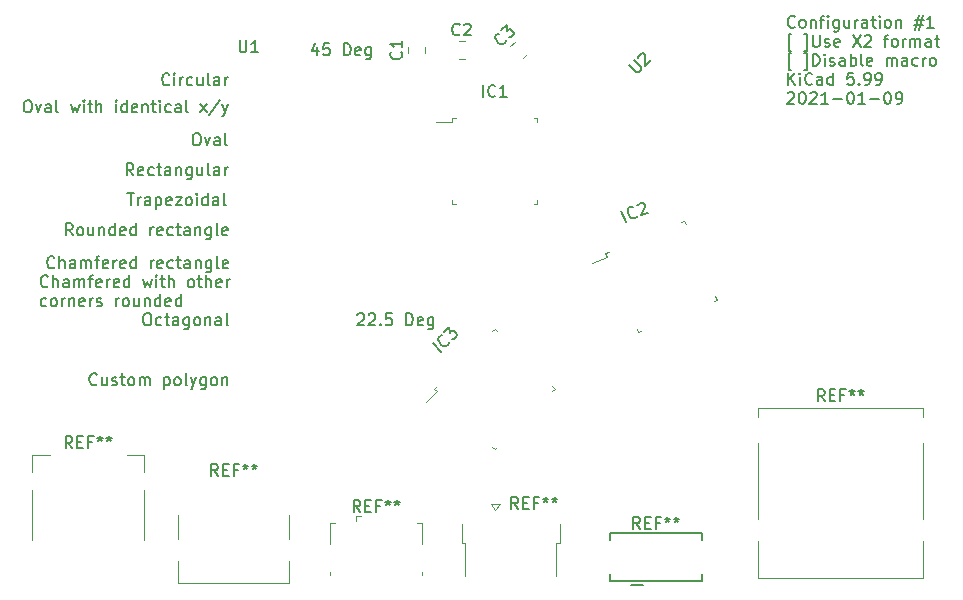
<source format=gbr>
G04 #@! TF.GenerationSoftware,KiCad,Pcbnew,5.99.0-unknown-9424d66d22~106~ubuntu18.04.1*
G04 #@! TF.CreationDate,2021-01-09T19:47:38+08:00*
G04 #@! TF.ProjectId,Flashpads,466c6173-6870-4616-9473-2e6b69636164,rev?*
G04 #@! TF.SameCoordinates,Original*
G04 #@! TF.FileFunction,Legend,Top*
G04 #@! TF.FilePolarity,Positive*
%FSLAX46Y46*%
G04 Gerber Fmt 4.6, Leading zero omitted, Abs format (unit mm)*
G04 Created by KiCad (PCBNEW 5.99.0-unknown-9424d66d22~106~ubuntu18.04.1) date 2021-01-09 19:47:38*
%MOMM*%
%LPD*%
G01*
G04 APERTURE LIST*
%ADD10C,0.150000*%
%ADD11C,0.120000*%
G04 APERTURE END LIST*
D10*
X86505023Y-21775142D02*
X86457404Y-21822761D01*
X86314547Y-21870380D01*
X86219309Y-21870380D01*
X86076452Y-21822761D01*
X85981214Y-21727523D01*
X85933595Y-21632285D01*
X85885976Y-21441809D01*
X85885976Y-21298952D01*
X85933595Y-21108476D01*
X85981214Y-21013238D01*
X86076452Y-20918000D01*
X86219309Y-20870380D01*
X86314547Y-20870380D01*
X86457404Y-20918000D01*
X86505023Y-20965619D01*
X87076452Y-21870380D02*
X86981214Y-21822761D01*
X86933595Y-21775142D01*
X86885976Y-21679904D01*
X86885976Y-21394190D01*
X86933595Y-21298952D01*
X86981214Y-21251333D01*
X87076452Y-21203714D01*
X87219309Y-21203714D01*
X87314547Y-21251333D01*
X87362166Y-21298952D01*
X87409785Y-21394190D01*
X87409785Y-21679904D01*
X87362166Y-21775142D01*
X87314547Y-21822761D01*
X87219309Y-21870380D01*
X87076452Y-21870380D01*
X87838357Y-21203714D02*
X87838357Y-21870380D01*
X87838357Y-21298952D02*
X87885976Y-21251333D01*
X87981214Y-21203714D01*
X88124071Y-21203714D01*
X88219309Y-21251333D01*
X88266928Y-21346571D01*
X88266928Y-21870380D01*
X88600261Y-21203714D02*
X88981214Y-21203714D01*
X88743119Y-21870380D02*
X88743119Y-21013238D01*
X88790738Y-20918000D01*
X88885976Y-20870380D01*
X88981214Y-20870380D01*
X89314547Y-21870380D02*
X89314547Y-21203714D01*
X89314547Y-20870380D02*
X89266928Y-20918000D01*
X89314547Y-20965619D01*
X89362166Y-20918000D01*
X89314547Y-20870380D01*
X89314547Y-20965619D01*
X90219309Y-21203714D02*
X90219309Y-22013238D01*
X90171690Y-22108476D01*
X90124071Y-22156095D01*
X90028833Y-22203714D01*
X89885976Y-22203714D01*
X89790738Y-22156095D01*
X90219309Y-21822761D02*
X90124071Y-21870380D01*
X89933595Y-21870380D01*
X89838357Y-21822761D01*
X89790738Y-21775142D01*
X89743119Y-21679904D01*
X89743119Y-21394190D01*
X89790738Y-21298952D01*
X89838357Y-21251333D01*
X89933595Y-21203714D01*
X90124071Y-21203714D01*
X90219309Y-21251333D01*
X91124071Y-21203714D02*
X91124071Y-21870380D01*
X90695500Y-21203714D02*
X90695500Y-21727523D01*
X90743119Y-21822761D01*
X90838357Y-21870380D01*
X90981214Y-21870380D01*
X91076452Y-21822761D01*
X91124071Y-21775142D01*
X91600261Y-21870380D02*
X91600261Y-21203714D01*
X91600261Y-21394190D02*
X91647880Y-21298952D01*
X91695500Y-21251333D01*
X91790738Y-21203714D01*
X91885976Y-21203714D01*
X92647880Y-21870380D02*
X92647880Y-21346571D01*
X92600261Y-21251333D01*
X92505023Y-21203714D01*
X92314547Y-21203714D01*
X92219309Y-21251333D01*
X92647880Y-21822761D02*
X92552642Y-21870380D01*
X92314547Y-21870380D01*
X92219309Y-21822761D01*
X92171690Y-21727523D01*
X92171690Y-21632285D01*
X92219309Y-21537047D01*
X92314547Y-21489428D01*
X92552642Y-21489428D01*
X92647880Y-21441809D01*
X92981214Y-21203714D02*
X93362166Y-21203714D01*
X93124071Y-20870380D02*
X93124071Y-21727523D01*
X93171690Y-21822761D01*
X93266928Y-21870380D01*
X93362166Y-21870380D01*
X93695500Y-21870380D02*
X93695500Y-21203714D01*
X93695500Y-20870380D02*
X93647880Y-20918000D01*
X93695500Y-20965619D01*
X93743119Y-20918000D01*
X93695500Y-20870380D01*
X93695500Y-20965619D01*
X94314547Y-21870380D02*
X94219309Y-21822761D01*
X94171690Y-21775142D01*
X94124071Y-21679904D01*
X94124071Y-21394190D01*
X94171690Y-21298952D01*
X94219309Y-21251333D01*
X94314547Y-21203714D01*
X94457404Y-21203714D01*
X94552642Y-21251333D01*
X94600261Y-21298952D01*
X94647880Y-21394190D01*
X94647880Y-21679904D01*
X94600261Y-21775142D01*
X94552642Y-21822761D01*
X94457404Y-21870380D01*
X94314547Y-21870380D01*
X95076452Y-21203714D02*
X95076452Y-21870380D01*
X95076452Y-21298952D02*
X95124071Y-21251333D01*
X95219309Y-21203714D01*
X95362166Y-21203714D01*
X95457404Y-21251333D01*
X95505023Y-21346571D01*
X95505023Y-21870380D01*
X96695500Y-21203714D02*
X97409785Y-21203714D01*
X96981214Y-20775142D02*
X96695500Y-22060857D01*
X97314547Y-21632285D02*
X96600261Y-21632285D01*
X97028833Y-22060857D02*
X97314547Y-20775142D01*
X98266928Y-21870380D02*
X97695500Y-21870380D01*
X97981214Y-21870380D02*
X97981214Y-20870380D01*
X97885976Y-21013238D01*
X97790738Y-21108476D01*
X97695500Y-21156095D01*
X86219309Y-23813714D02*
X85981214Y-23813714D01*
X85981214Y-22385142D01*
X86219309Y-22385142D01*
X87266928Y-23813714D02*
X87505023Y-23813714D01*
X87505023Y-22385142D01*
X87266928Y-22385142D01*
X88028833Y-22480380D02*
X88028833Y-23289904D01*
X88076452Y-23385142D01*
X88124071Y-23432761D01*
X88219309Y-23480380D01*
X88409785Y-23480380D01*
X88505023Y-23432761D01*
X88552642Y-23385142D01*
X88600261Y-23289904D01*
X88600261Y-22480380D01*
X89028833Y-23432761D02*
X89124071Y-23480380D01*
X89314547Y-23480380D01*
X89409785Y-23432761D01*
X89457404Y-23337523D01*
X89457404Y-23289904D01*
X89409785Y-23194666D01*
X89314547Y-23147047D01*
X89171690Y-23147047D01*
X89076452Y-23099428D01*
X89028833Y-23004190D01*
X89028833Y-22956571D01*
X89076452Y-22861333D01*
X89171690Y-22813714D01*
X89314547Y-22813714D01*
X89409785Y-22861333D01*
X90266928Y-23432761D02*
X90171690Y-23480380D01*
X89981214Y-23480380D01*
X89885976Y-23432761D01*
X89838357Y-23337523D01*
X89838357Y-22956571D01*
X89885976Y-22861333D01*
X89981214Y-22813714D01*
X90171690Y-22813714D01*
X90266928Y-22861333D01*
X90314547Y-22956571D01*
X90314547Y-23051809D01*
X89838357Y-23147047D01*
X91409785Y-22480380D02*
X92076452Y-23480380D01*
X92076452Y-22480380D02*
X91409785Y-23480380D01*
X92409785Y-22575619D02*
X92457404Y-22528000D01*
X92552642Y-22480380D01*
X92790738Y-22480380D01*
X92885976Y-22528000D01*
X92933595Y-22575619D01*
X92981214Y-22670857D01*
X92981214Y-22766095D01*
X92933595Y-22908952D01*
X92362166Y-23480380D01*
X92981214Y-23480380D01*
X94028833Y-22813714D02*
X94409785Y-22813714D01*
X94171690Y-23480380D02*
X94171690Y-22623238D01*
X94219309Y-22528000D01*
X94314547Y-22480380D01*
X94409785Y-22480380D01*
X94885976Y-23480380D02*
X94790738Y-23432761D01*
X94743119Y-23385142D01*
X94695500Y-23289904D01*
X94695500Y-23004190D01*
X94743119Y-22908952D01*
X94790738Y-22861333D01*
X94885976Y-22813714D01*
X95028833Y-22813714D01*
X95124071Y-22861333D01*
X95171690Y-22908952D01*
X95219309Y-23004190D01*
X95219309Y-23289904D01*
X95171690Y-23385142D01*
X95124071Y-23432761D01*
X95028833Y-23480380D01*
X94885976Y-23480380D01*
X95647880Y-23480380D02*
X95647880Y-22813714D01*
X95647880Y-23004190D02*
X95695500Y-22908952D01*
X95743119Y-22861333D01*
X95838357Y-22813714D01*
X95933595Y-22813714D01*
X96266928Y-23480380D02*
X96266928Y-22813714D01*
X96266928Y-22908952D02*
X96314547Y-22861333D01*
X96409785Y-22813714D01*
X96552642Y-22813714D01*
X96647880Y-22861333D01*
X96695500Y-22956571D01*
X96695500Y-23480380D01*
X96695500Y-22956571D02*
X96743119Y-22861333D01*
X96838357Y-22813714D01*
X96981214Y-22813714D01*
X97076452Y-22861333D01*
X97124071Y-22956571D01*
X97124071Y-23480380D01*
X98028833Y-23480380D02*
X98028833Y-22956571D01*
X97981214Y-22861333D01*
X97885976Y-22813714D01*
X97695500Y-22813714D01*
X97600261Y-22861333D01*
X98028833Y-23432761D02*
X97933595Y-23480380D01*
X97695500Y-23480380D01*
X97600261Y-23432761D01*
X97552642Y-23337523D01*
X97552642Y-23242285D01*
X97600261Y-23147047D01*
X97695500Y-23099428D01*
X97933595Y-23099428D01*
X98028833Y-23051809D01*
X98362166Y-22813714D02*
X98743119Y-22813714D01*
X98505023Y-22480380D02*
X98505023Y-23337523D01*
X98552642Y-23432761D01*
X98647880Y-23480380D01*
X98743119Y-23480380D01*
X86219309Y-25423714D02*
X85981214Y-25423714D01*
X85981214Y-23995142D01*
X86219309Y-23995142D01*
X87266928Y-25423714D02*
X87505023Y-25423714D01*
X87505023Y-23995142D01*
X87266928Y-23995142D01*
X88028833Y-25090380D02*
X88028833Y-24090380D01*
X88266928Y-24090380D01*
X88409785Y-24138000D01*
X88505023Y-24233238D01*
X88552642Y-24328476D01*
X88600261Y-24518952D01*
X88600261Y-24661809D01*
X88552642Y-24852285D01*
X88505023Y-24947523D01*
X88409785Y-25042761D01*
X88266928Y-25090380D01*
X88028833Y-25090380D01*
X89028833Y-25090380D02*
X89028833Y-24423714D01*
X89028833Y-24090380D02*
X88981214Y-24138000D01*
X89028833Y-24185619D01*
X89076452Y-24138000D01*
X89028833Y-24090380D01*
X89028833Y-24185619D01*
X89457404Y-25042761D02*
X89552642Y-25090380D01*
X89743119Y-25090380D01*
X89838357Y-25042761D01*
X89885976Y-24947523D01*
X89885976Y-24899904D01*
X89838357Y-24804666D01*
X89743119Y-24757047D01*
X89600261Y-24757047D01*
X89505023Y-24709428D01*
X89457404Y-24614190D01*
X89457404Y-24566571D01*
X89505023Y-24471333D01*
X89600261Y-24423714D01*
X89743119Y-24423714D01*
X89838357Y-24471333D01*
X90743119Y-25090380D02*
X90743119Y-24566571D01*
X90695500Y-24471333D01*
X90600261Y-24423714D01*
X90409785Y-24423714D01*
X90314547Y-24471333D01*
X90743119Y-25042761D02*
X90647880Y-25090380D01*
X90409785Y-25090380D01*
X90314547Y-25042761D01*
X90266928Y-24947523D01*
X90266928Y-24852285D01*
X90314547Y-24757047D01*
X90409785Y-24709428D01*
X90647880Y-24709428D01*
X90743119Y-24661809D01*
X91219309Y-25090380D02*
X91219309Y-24090380D01*
X91219309Y-24471333D02*
X91314547Y-24423714D01*
X91505023Y-24423714D01*
X91600261Y-24471333D01*
X91647880Y-24518952D01*
X91695500Y-24614190D01*
X91695500Y-24899904D01*
X91647880Y-24995142D01*
X91600261Y-25042761D01*
X91505023Y-25090380D01*
X91314547Y-25090380D01*
X91219309Y-25042761D01*
X92266928Y-25090380D02*
X92171690Y-25042761D01*
X92124071Y-24947523D01*
X92124071Y-24090380D01*
X93028833Y-25042761D02*
X92933595Y-25090380D01*
X92743119Y-25090380D01*
X92647880Y-25042761D01*
X92600261Y-24947523D01*
X92600261Y-24566571D01*
X92647880Y-24471333D01*
X92743119Y-24423714D01*
X92933595Y-24423714D01*
X93028833Y-24471333D01*
X93076452Y-24566571D01*
X93076452Y-24661809D01*
X92600261Y-24757047D01*
X94266928Y-25090380D02*
X94266928Y-24423714D01*
X94266928Y-24518952D02*
X94314547Y-24471333D01*
X94409785Y-24423714D01*
X94552642Y-24423714D01*
X94647880Y-24471333D01*
X94695500Y-24566571D01*
X94695500Y-25090380D01*
X94695500Y-24566571D02*
X94743119Y-24471333D01*
X94838357Y-24423714D01*
X94981214Y-24423714D01*
X95076452Y-24471333D01*
X95124071Y-24566571D01*
X95124071Y-25090380D01*
X96028833Y-25090380D02*
X96028833Y-24566571D01*
X95981214Y-24471333D01*
X95885976Y-24423714D01*
X95695500Y-24423714D01*
X95600261Y-24471333D01*
X96028833Y-25042761D02*
X95933595Y-25090380D01*
X95695500Y-25090380D01*
X95600261Y-25042761D01*
X95552642Y-24947523D01*
X95552642Y-24852285D01*
X95600261Y-24757047D01*
X95695500Y-24709428D01*
X95933595Y-24709428D01*
X96028833Y-24661809D01*
X96933595Y-25042761D02*
X96838357Y-25090380D01*
X96647880Y-25090380D01*
X96552642Y-25042761D01*
X96505023Y-24995142D01*
X96457404Y-24899904D01*
X96457404Y-24614190D01*
X96505023Y-24518952D01*
X96552642Y-24471333D01*
X96647880Y-24423714D01*
X96838357Y-24423714D01*
X96933595Y-24471333D01*
X97362166Y-25090380D02*
X97362166Y-24423714D01*
X97362166Y-24614190D02*
X97409785Y-24518952D01*
X97457404Y-24471333D01*
X97552642Y-24423714D01*
X97647880Y-24423714D01*
X98124071Y-25090380D02*
X98028833Y-25042761D01*
X97981214Y-24995142D01*
X97933595Y-24899904D01*
X97933595Y-24614190D01*
X97981214Y-24518952D01*
X98028833Y-24471333D01*
X98124071Y-24423714D01*
X98266928Y-24423714D01*
X98362166Y-24471333D01*
X98409785Y-24518952D01*
X98457404Y-24614190D01*
X98457404Y-24899904D01*
X98409785Y-24995142D01*
X98362166Y-25042761D01*
X98266928Y-25090380D01*
X98124071Y-25090380D01*
X85933595Y-26700380D02*
X85933595Y-25700380D01*
X86505023Y-26700380D02*
X86076452Y-26128952D01*
X86505023Y-25700380D02*
X85933595Y-26271809D01*
X86933595Y-26700380D02*
X86933595Y-26033714D01*
X86933595Y-25700380D02*
X86885976Y-25748000D01*
X86933595Y-25795619D01*
X86981214Y-25748000D01*
X86933595Y-25700380D01*
X86933595Y-25795619D01*
X87981214Y-26605142D02*
X87933595Y-26652761D01*
X87790738Y-26700380D01*
X87695500Y-26700380D01*
X87552642Y-26652761D01*
X87457404Y-26557523D01*
X87409785Y-26462285D01*
X87362166Y-26271809D01*
X87362166Y-26128952D01*
X87409785Y-25938476D01*
X87457404Y-25843238D01*
X87552642Y-25748000D01*
X87695500Y-25700380D01*
X87790738Y-25700380D01*
X87933595Y-25748000D01*
X87981214Y-25795619D01*
X88838357Y-26700380D02*
X88838357Y-26176571D01*
X88790738Y-26081333D01*
X88695500Y-26033714D01*
X88505023Y-26033714D01*
X88409785Y-26081333D01*
X88838357Y-26652761D02*
X88743119Y-26700380D01*
X88505023Y-26700380D01*
X88409785Y-26652761D01*
X88362166Y-26557523D01*
X88362166Y-26462285D01*
X88409785Y-26367047D01*
X88505023Y-26319428D01*
X88743119Y-26319428D01*
X88838357Y-26271809D01*
X89743119Y-26700380D02*
X89743119Y-25700380D01*
X89743119Y-26652761D02*
X89647880Y-26700380D01*
X89457404Y-26700380D01*
X89362166Y-26652761D01*
X89314547Y-26605142D01*
X89266928Y-26509904D01*
X89266928Y-26224190D01*
X89314547Y-26128952D01*
X89362166Y-26081333D01*
X89457404Y-26033714D01*
X89647880Y-26033714D01*
X89743119Y-26081333D01*
X91457404Y-25700380D02*
X90981214Y-25700380D01*
X90933595Y-26176571D01*
X90981214Y-26128952D01*
X91076452Y-26081333D01*
X91314547Y-26081333D01*
X91409785Y-26128952D01*
X91457404Y-26176571D01*
X91505023Y-26271809D01*
X91505023Y-26509904D01*
X91457404Y-26605142D01*
X91409785Y-26652761D01*
X91314547Y-26700380D01*
X91076452Y-26700380D01*
X90981214Y-26652761D01*
X90933595Y-26605142D01*
X91933595Y-26605142D02*
X91981214Y-26652761D01*
X91933595Y-26700380D01*
X91885976Y-26652761D01*
X91933595Y-26605142D01*
X91933595Y-26700380D01*
X92457404Y-26700380D02*
X92647880Y-26700380D01*
X92743119Y-26652761D01*
X92790738Y-26605142D01*
X92885976Y-26462285D01*
X92933595Y-26271809D01*
X92933595Y-25890857D01*
X92885976Y-25795619D01*
X92838357Y-25748000D01*
X92743119Y-25700380D01*
X92552642Y-25700380D01*
X92457404Y-25748000D01*
X92409785Y-25795619D01*
X92362166Y-25890857D01*
X92362166Y-26128952D01*
X92409785Y-26224190D01*
X92457404Y-26271809D01*
X92552642Y-26319428D01*
X92743119Y-26319428D01*
X92838357Y-26271809D01*
X92885976Y-26224190D01*
X92933595Y-26128952D01*
X93409785Y-26700380D02*
X93600261Y-26700380D01*
X93695500Y-26652761D01*
X93743119Y-26605142D01*
X93838357Y-26462285D01*
X93885976Y-26271809D01*
X93885976Y-25890857D01*
X93838357Y-25795619D01*
X93790738Y-25748000D01*
X93695500Y-25700380D01*
X93505023Y-25700380D01*
X93409785Y-25748000D01*
X93362166Y-25795619D01*
X93314547Y-25890857D01*
X93314547Y-26128952D01*
X93362166Y-26224190D01*
X93409785Y-26271809D01*
X93505023Y-26319428D01*
X93695500Y-26319428D01*
X93790738Y-26271809D01*
X93838357Y-26224190D01*
X93885976Y-26128952D01*
X85885976Y-27405619D02*
X85933595Y-27358000D01*
X86028833Y-27310380D01*
X86266928Y-27310380D01*
X86362166Y-27358000D01*
X86409785Y-27405619D01*
X86457404Y-27500857D01*
X86457404Y-27596095D01*
X86409785Y-27738952D01*
X85838357Y-28310380D01*
X86457404Y-28310380D01*
X87076452Y-27310380D02*
X87171690Y-27310380D01*
X87266928Y-27358000D01*
X87314547Y-27405619D01*
X87362166Y-27500857D01*
X87409785Y-27691333D01*
X87409785Y-27929428D01*
X87362166Y-28119904D01*
X87314547Y-28215142D01*
X87266928Y-28262761D01*
X87171690Y-28310380D01*
X87076452Y-28310380D01*
X86981214Y-28262761D01*
X86933595Y-28215142D01*
X86885976Y-28119904D01*
X86838357Y-27929428D01*
X86838357Y-27691333D01*
X86885976Y-27500857D01*
X86933595Y-27405619D01*
X86981214Y-27358000D01*
X87076452Y-27310380D01*
X87790738Y-27405619D02*
X87838357Y-27358000D01*
X87933595Y-27310380D01*
X88171690Y-27310380D01*
X88266928Y-27358000D01*
X88314547Y-27405619D01*
X88362166Y-27500857D01*
X88362166Y-27596095D01*
X88314547Y-27738952D01*
X87743119Y-28310380D01*
X88362166Y-28310380D01*
X89314547Y-28310380D02*
X88743119Y-28310380D01*
X89028833Y-28310380D02*
X89028833Y-27310380D01*
X88933595Y-27453238D01*
X88838357Y-27548476D01*
X88743119Y-27596095D01*
X89743119Y-27929428D02*
X90505023Y-27929428D01*
X91171690Y-27310380D02*
X91266928Y-27310380D01*
X91362166Y-27358000D01*
X91409785Y-27405619D01*
X91457404Y-27500857D01*
X91505023Y-27691333D01*
X91505023Y-27929428D01*
X91457404Y-28119904D01*
X91409785Y-28215142D01*
X91362166Y-28262761D01*
X91266928Y-28310380D01*
X91171690Y-28310380D01*
X91076452Y-28262761D01*
X91028833Y-28215142D01*
X90981214Y-28119904D01*
X90933595Y-27929428D01*
X90933595Y-27691333D01*
X90981214Y-27500857D01*
X91028833Y-27405619D01*
X91076452Y-27358000D01*
X91171690Y-27310380D01*
X92457404Y-28310380D02*
X91885976Y-28310380D01*
X92171690Y-28310380D02*
X92171690Y-27310380D01*
X92076452Y-27453238D01*
X91981214Y-27548476D01*
X91885976Y-27596095D01*
X92885976Y-27929428D02*
X93647880Y-27929428D01*
X94314547Y-27310380D02*
X94409785Y-27310380D01*
X94505023Y-27358000D01*
X94552642Y-27405619D01*
X94600261Y-27500857D01*
X94647880Y-27691333D01*
X94647880Y-27929428D01*
X94600261Y-28119904D01*
X94552642Y-28215142D01*
X94505023Y-28262761D01*
X94409785Y-28310380D01*
X94314547Y-28310380D01*
X94219309Y-28262761D01*
X94171690Y-28215142D01*
X94124071Y-28119904D01*
X94076452Y-27929428D01*
X94076452Y-27691333D01*
X94124071Y-27500857D01*
X94171690Y-27405619D01*
X94219309Y-27358000D01*
X94314547Y-27310380D01*
X95124071Y-28310380D02*
X95314547Y-28310380D01*
X95409785Y-28262761D01*
X95457404Y-28215142D01*
X95552642Y-28072285D01*
X95600261Y-27881809D01*
X95600261Y-27500857D01*
X95552642Y-27405619D01*
X95505023Y-27358000D01*
X95409785Y-27310380D01*
X95219309Y-27310380D01*
X95124071Y-27358000D01*
X95076452Y-27405619D01*
X95028833Y-27500857D01*
X95028833Y-27738952D01*
X95076452Y-27834190D01*
X95124071Y-27881809D01*
X95219309Y-27929428D01*
X95409785Y-27929428D01*
X95505023Y-27881809D01*
X95552642Y-27834190D01*
X95600261Y-27738952D01*
X27400904Y-52046142D02*
X27353285Y-52093761D01*
X27210428Y-52141380D01*
X27115190Y-52141380D01*
X26972333Y-52093761D01*
X26877095Y-51998523D01*
X26829476Y-51903285D01*
X26781857Y-51712809D01*
X26781857Y-51569952D01*
X26829476Y-51379476D01*
X26877095Y-51284238D01*
X26972333Y-51189000D01*
X27115190Y-51141380D01*
X27210428Y-51141380D01*
X27353285Y-51189000D01*
X27400904Y-51236619D01*
X28258047Y-51474714D02*
X28258047Y-52141380D01*
X27829476Y-51474714D02*
X27829476Y-51998523D01*
X27877095Y-52093761D01*
X27972333Y-52141380D01*
X28115190Y-52141380D01*
X28210428Y-52093761D01*
X28258047Y-52046142D01*
X28686619Y-52093761D02*
X28781857Y-52141380D01*
X28972333Y-52141380D01*
X29067571Y-52093761D01*
X29115190Y-51998523D01*
X29115190Y-51950904D01*
X29067571Y-51855666D01*
X28972333Y-51808047D01*
X28829476Y-51808047D01*
X28734238Y-51760428D01*
X28686619Y-51665190D01*
X28686619Y-51617571D01*
X28734238Y-51522333D01*
X28829476Y-51474714D01*
X28972333Y-51474714D01*
X29067571Y-51522333D01*
X29400904Y-51474714D02*
X29781857Y-51474714D01*
X29543761Y-51141380D02*
X29543761Y-51998523D01*
X29591380Y-52093761D01*
X29686619Y-52141380D01*
X29781857Y-52141380D01*
X30258047Y-52141380D02*
X30162809Y-52093761D01*
X30115190Y-52046142D01*
X30067571Y-51950904D01*
X30067571Y-51665190D01*
X30115190Y-51569952D01*
X30162809Y-51522333D01*
X30258047Y-51474714D01*
X30400904Y-51474714D01*
X30496142Y-51522333D01*
X30543761Y-51569952D01*
X30591380Y-51665190D01*
X30591380Y-51950904D01*
X30543761Y-52046142D01*
X30496142Y-52093761D01*
X30400904Y-52141380D01*
X30258047Y-52141380D01*
X31019952Y-52141380D02*
X31019952Y-51474714D01*
X31019952Y-51569952D02*
X31067571Y-51522333D01*
X31162809Y-51474714D01*
X31305666Y-51474714D01*
X31400904Y-51522333D01*
X31448523Y-51617571D01*
X31448523Y-52141380D01*
X31448523Y-51617571D02*
X31496142Y-51522333D01*
X31591380Y-51474714D01*
X31734238Y-51474714D01*
X31829476Y-51522333D01*
X31877095Y-51617571D01*
X31877095Y-52141380D01*
X33115190Y-51474714D02*
X33115190Y-52474714D01*
X33115190Y-51522333D02*
X33210428Y-51474714D01*
X33400904Y-51474714D01*
X33496142Y-51522333D01*
X33543761Y-51569952D01*
X33591380Y-51665190D01*
X33591380Y-51950904D01*
X33543761Y-52046142D01*
X33496142Y-52093761D01*
X33400904Y-52141380D01*
X33210428Y-52141380D01*
X33115190Y-52093761D01*
X34162809Y-52141380D02*
X34067571Y-52093761D01*
X34019952Y-52046142D01*
X33972333Y-51950904D01*
X33972333Y-51665190D01*
X34019952Y-51569952D01*
X34067571Y-51522333D01*
X34162809Y-51474714D01*
X34305666Y-51474714D01*
X34400904Y-51522333D01*
X34448523Y-51569952D01*
X34496142Y-51665190D01*
X34496142Y-51950904D01*
X34448523Y-52046142D01*
X34400904Y-52093761D01*
X34305666Y-52141380D01*
X34162809Y-52141380D01*
X35067571Y-52141380D02*
X34972333Y-52093761D01*
X34924714Y-51998523D01*
X34924714Y-51141380D01*
X35353285Y-51474714D02*
X35591380Y-52141380D01*
X35829476Y-51474714D02*
X35591380Y-52141380D01*
X35496142Y-52379476D01*
X35448523Y-52427095D01*
X35353285Y-52474714D01*
X36639000Y-51474714D02*
X36639000Y-52284238D01*
X36591380Y-52379476D01*
X36543761Y-52427095D01*
X36448523Y-52474714D01*
X36305666Y-52474714D01*
X36210428Y-52427095D01*
X36639000Y-52093761D02*
X36543761Y-52141380D01*
X36353285Y-52141380D01*
X36258047Y-52093761D01*
X36210428Y-52046142D01*
X36162809Y-51950904D01*
X36162809Y-51665190D01*
X36210428Y-51569952D01*
X36258047Y-51522333D01*
X36353285Y-51474714D01*
X36543761Y-51474714D01*
X36639000Y-51522333D01*
X37258047Y-52141380D02*
X37162809Y-52093761D01*
X37115190Y-52046142D01*
X37067571Y-51950904D01*
X37067571Y-51665190D01*
X37115190Y-51569952D01*
X37162809Y-51522333D01*
X37258047Y-51474714D01*
X37400904Y-51474714D01*
X37496142Y-51522333D01*
X37543761Y-51569952D01*
X37591380Y-51665190D01*
X37591380Y-51950904D01*
X37543761Y-52046142D01*
X37496142Y-52093761D01*
X37400904Y-52141380D01*
X37258047Y-52141380D01*
X38019952Y-51474714D02*
X38019952Y-52141380D01*
X38019952Y-51569952D02*
X38067571Y-51522333D01*
X38162809Y-51474714D01*
X38305666Y-51474714D01*
X38400904Y-51522333D01*
X38448523Y-51617571D01*
X38448523Y-52141380D01*
X31591666Y-46061380D02*
X31782142Y-46061380D01*
X31877380Y-46109000D01*
X31972619Y-46204238D01*
X32020238Y-46394714D01*
X32020238Y-46728047D01*
X31972619Y-46918523D01*
X31877380Y-47013761D01*
X31782142Y-47061380D01*
X31591666Y-47061380D01*
X31496428Y-47013761D01*
X31401190Y-46918523D01*
X31353571Y-46728047D01*
X31353571Y-46394714D01*
X31401190Y-46204238D01*
X31496428Y-46109000D01*
X31591666Y-46061380D01*
X32877380Y-47013761D02*
X32782142Y-47061380D01*
X32591666Y-47061380D01*
X32496428Y-47013761D01*
X32448809Y-46966142D01*
X32401190Y-46870904D01*
X32401190Y-46585190D01*
X32448809Y-46489952D01*
X32496428Y-46442333D01*
X32591666Y-46394714D01*
X32782142Y-46394714D01*
X32877380Y-46442333D01*
X33163095Y-46394714D02*
X33544047Y-46394714D01*
X33305952Y-46061380D02*
X33305952Y-46918523D01*
X33353571Y-47013761D01*
X33448809Y-47061380D01*
X33544047Y-47061380D01*
X34305952Y-47061380D02*
X34305952Y-46537571D01*
X34258333Y-46442333D01*
X34163095Y-46394714D01*
X33972619Y-46394714D01*
X33877380Y-46442333D01*
X34305952Y-47013761D02*
X34210714Y-47061380D01*
X33972619Y-47061380D01*
X33877380Y-47013761D01*
X33829761Y-46918523D01*
X33829761Y-46823285D01*
X33877380Y-46728047D01*
X33972619Y-46680428D01*
X34210714Y-46680428D01*
X34305952Y-46632809D01*
X35210714Y-46394714D02*
X35210714Y-47204238D01*
X35163095Y-47299476D01*
X35115476Y-47347095D01*
X35020238Y-47394714D01*
X34877380Y-47394714D01*
X34782142Y-47347095D01*
X35210714Y-47013761D02*
X35115476Y-47061380D01*
X34925000Y-47061380D01*
X34829761Y-47013761D01*
X34782142Y-46966142D01*
X34734523Y-46870904D01*
X34734523Y-46585190D01*
X34782142Y-46489952D01*
X34829761Y-46442333D01*
X34925000Y-46394714D01*
X35115476Y-46394714D01*
X35210714Y-46442333D01*
X35829761Y-47061380D02*
X35734523Y-47013761D01*
X35686904Y-46966142D01*
X35639285Y-46870904D01*
X35639285Y-46585190D01*
X35686904Y-46489952D01*
X35734523Y-46442333D01*
X35829761Y-46394714D01*
X35972619Y-46394714D01*
X36067857Y-46442333D01*
X36115476Y-46489952D01*
X36163095Y-46585190D01*
X36163095Y-46870904D01*
X36115476Y-46966142D01*
X36067857Y-47013761D01*
X35972619Y-47061380D01*
X35829761Y-47061380D01*
X36591666Y-46394714D02*
X36591666Y-47061380D01*
X36591666Y-46489952D02*
X36639285Y-46442333D01*
X36734523Y-46394714D01*
X36877380Y-46394714D01*
X36972619Y-46442333D01*
X37020238Y-46537571D01*
X37020238Y-47061380D01*
X37925000Y-47061380D02*
X37925000Y-46537571D01*
X37877380Y-46442333D01*
X37782142Y-46394714D01*
X37591666Y-46394714D01*
X37496428Y-46442333D01*
X37925000Y-47013761D02*
X37829761Y-47061380D01*
X37591666Y-47061380D01*
X37496428Y-47013761D01*
X37448809Y-46918523D01*
X37448809Y-46823285D01*
X37496428Y-46728047D01*
X37591666Y-46680428D01*
X37829761Y-46680428D01*
X37925000Y-46632809D01*
X38544047Y-47061380D02*
X38448809Y-47013761D01*
X38401190Y-46918523D01*
X38401190Y-46061380D01*
X23259023Y-43748142D02*
X23211404Y-43795761D01*
X23068547Y-43843380D01*
X22973309Y-43843380D01*
X22830452Y-43795761D01*
X22735214Y-43700523D01*
X22687595Y-43605285D01*
X22639976Y-43414809D01*
X22639976Y-43271952D01*
X22687595Y-43081476D01*
X22735214Y-42986238D01*
X22830452Y-42891000D01*
X22973309Y-42843380D01*
X23068547Y-42843380D01*
X23211404Y-42891000D01*
X23259023Y-42938619D01*
X23687595Y-43843380D02*
X23687595Y-42843380D01*
X24116166Y-43843380D02*
X24116166Y-43319571D01*
X24068547Y-43224333D01*
X23973309Y-43176714D01*
X23830452Y-43176714D01*
X23735214Y-43224333D01*
X23687595Y-43271952D01*
X25020928Y-43843380D02*
X25020928Y-43319571D01*
X24973309Y-43224333D01*
X24878071Y-43176714D01*
X24687595Y-43176714D01*
X24592357Y-43224333D01*
X25020928Y-43795761D02*
X24925690Y-43843380D01*
X24687595Y-43843380D01*
X24592357Y-43795761D01*
X24544738Y-43700523D01*
X24544738Y-43605285D01*
X24592357Y-43510047D01*
X24687595Y-43462428D01*
X24925690Y-43462428D01*
X25020928Y-43414809D01*
X25497119Y-43843380D02*
X25497119Y-43176714D01*
X25497119Y-43271952D02*
X25544738Y-43224333D01*
X25639976Y-43176714D01*
X25782833Y-43176714D01*
X25878071Y-43224333D01*
X25925690Y-43319571D01*
X25925690Y-43843380D01*
X25925690Y-43319571D02*
X25973309Y-43224333D01*
X26068547Y-43176714D01*
X26211404Y-43176714D01*
X26306642Y-43224333D01*
X26354261Y-43319571D01*
X26354261Y-43843380D01*
X26687595Y-43176714D02*
X27068547Y-43176714D01*
X26830452Y-43843380D02*
X26830452Y-42986238D01*
X26878071Y-42891000D01*
X26973309Y-42843380D01*
X27068547Y-42843380D01*
X27782833Y-43795761D02*
X27687595Y-43843380D01*
X27497119Y-43843380D01*
X27401880Y-43795761D01*
X27354261Y-43700523D01*
X27354261Y-43319571D01*
X27401880Y-43224333D01*
X27497119Y-43176714D01*
X27687595Y-43176714D01*
X27782833Y-43224333D01*
X27830452Y-43319571D01*
X27830452Y-43414809D01*
X27354261Y-43510047D01*
X28259023Y-43843380D02*
X28259023Y-43176714D01*
X28259023Y-43367190D02*
X28306642Y-43271952D01*
X28354261Y-43224333D01*
X28449500Y-43176714D01*
X28544738Y-43176714D01*
X29259023Y-43795761D02*
X29163785Y-43843380D01*
X28973309Y-43843380D01*
X28878071Y-43795761D01*
X28830452Y-43700523D01*
X28830452Y-43319571D01*
X28878071Y-43224333D01*
X28973309Y-43176714D01*
X29163785Y-43176714D01*
X29259023Y-43224333D01*
X29306642Y-43319571D01*
X29306642Y-43414809D01*
X28830452Y-43510047D01*
X30163785Y-43843380D02*
X30163785Y-42843380D01*
X30163785Y-43795761D02*
X30068547Y-43843380D01*
X29878071Y-43843380D01*
X29782833Y-43795761D01*
X29735214Y-43748142D01*
X29687595Y-43652904D01*
X29687595Y-43367190D01*
X29735214Y-43271952D01*
X29782833Y-43224333D01*
X29878071Y-43176714D01*
X30068547Y-43176714D01*
X30163785Y-43224333D01*
X31306642Y-43176714D02*
X31497119Y-43843380D01*
X31687595Y-43367190D01*
X31878071Y-43843380D01*
X32068547Y-43176714D01*
X32449500Y-43843380D02*
X32449500Y-43176714D01*
X32449500Y-42843380D02*
X32401880Y-42891000D01*
X32449500Y-42938619D01*
X32497119Y-42891000D01*
X32449500Y-42843380D01*
X32449500Y-42938619D01*
X32782833Y-43176714D02*
X33163785Y-43176714D01*
X32925690Y-42843380D02*
X32925690Y-43700523D01*
X32973309Y-43795761D01*
X33068547Y-43843380D01*
X33163785Y-43843380D01*
X33497119Y-43843380D02*
X33497119Y-42843380D01*
X33925690Y-43843380D02*
X33925690Y-43319571D01*
X33878071Y-43224333D01*
X33782833Y-43176714D01*
X33639976Y-43176714D01*
X33544738Y-43224333D01*
X33497119Y-43271952D01*
X35306642Y-43843380D02*
X35211404Y-43795761D01*
X35163785Y-43748142D01*
X35116166Y-43652904D01*
X35116166Y-43367190D01*
X35163785Y-43271952D01*
X35211404Y-43224333D01*
X35306642Y-43176714D01*
X35449500Y-43176714D01*
X35544738Y-43224333D01*
X35592357Y-43271952D01*
X35639976Y-43367190D01*
X35639976Y-43652904D01*
X35592357Y-43748142D01*
X35544738Y-43795761D01*
X35449500Y-43843380D01*
X35306642Y-43843380D01*
X35925690Y-43176714D02*
X36306642Y-43176714D01*
X36068547Y-42843380D02*
X36068547Y-43700523D01*
X36116166Y-43795761D01*
X36211404Y-43843380D01*
X36306642Y-43843380D01*
X36639976Y-43843380D02*
X36639976Y-42843380D01*
X37068547Y-43843380D02*
X37068547Y-43319571D01*
X37020928Y-43224333D01*
X36925690Y-43176714D01*
X36782833Y-43176714D01*
X36687595Y-43224333D01*
X36639976Y-43271952D01*
X37925690Y-43795761D02*
X37830452Y-43843380D01*
X37639976Y-43843380D01*
X37544738Y-43795761D01*
X37497119Y-43700523D01*
X37497119Y-43319571D01*
X37544738Y-43224333D01*
X37639976Y-43176714D01*
X37830452Y-43176714D01*
X37925690Y-43224333D01*
X37973309Y-43319571D01*
X37973309Y-43414809D01*
X37497119Y-43510047D01*
X38401880Y-43843380D02*
X38401880Y-43176714D01*
X38401880Y-43367190D02*
X38449500Y-43271952D01*
X38497119Y-43224333D01*
X38592357Y-43176714D01*
X38687595Y-43176714D01*
X23116166Y-45405761D02*
X23020928Y-45453380D01*
X22830452Y-45453380D01*
X22735214Y-45405761D01*
X22687595Y-45358142D01*
X22639976Y-45262904D01*
X22639976Y-44977190D01*
X22687595Y-44881952D01*
X22735214Y-44834333D01*
X22830452Y-44786714D01*
X23020928Y-44786714D01*
X23116166Y-44834333D01*
X23687595Y-45453380D02*
X23592357Y-45405761D01*
X23544738Y-45358142D01*
X23497119Y-45262904D01*
X23497119Y-44977190D01*
X23544738Y-44881952D01*
X23592357Y-44834333D01*
X23687595Y-44786714D01*
X23830452Y-44786714D01*
X23925690Y-44834333D01*
X23973309Y-44881952D01*
X24020928Y-44977190D01*
X24020928Y-45262904D01*
X23973309Y-45358142D01*
X23925690Y-45405761D01*
X23830452Y-45453380D01*
X23687595Y-45453380D01*
X24449500Y-45453380D02*
X24449500Y-44786714D01*
X24449500Y-44977190D02*
X24497119Y-44881952D01*
X24544738Y-44834333D01*
X24639976Y-44786714D01*
X24735214Y-44786714D01*
X25068547Y-44786714D02*
X25068547Y-45453380D01*
X25068547Y-44881952D02*
X25116166Y-44834333D01*
X25211404Y-44786714D01*
X25354261Y-44786714D01*
X25449500Y-44834333D01*
X25497119Y-44929571D01*
X25497119Y-45453380D01*
X26354261Y-45405761D02*
X26259023Y-45453380D01*
X26068547Y-45453380D01*
X25973309Y-45405761D01*
X25925690Y-45310523D01*
X25925690Y-44929571D01*
X25973309Y-44834333D01*
X26068547Y-44786714D01*
X26259023Y-44786714D01*
X26354261Y-44834333D01*
X26401880Y-44929571D01*
X26401880Y-45024809D01*
X25925690Y-45120047D01*
X26830452Y-45453380D02*
X26830452Y-44786714D01*
X26830452Y-44977190D02*
X26878071Y-44881952D01*
X26925690Y-44834333D01*
X27020928Y-44786714D01*
X27116166Y-44786714D01*
X27401880Y-45405761D02*
X27497119Y-45453380D01*
X27687595Y-45453380D01*
X27782833Y-45405761D01*
X27830452Y-45310523D01*
X27830452Y-45262904D01*
X27782833Y-45167666D01*
X27687595Y-45120047D01*
X27544738Y-45120047D01*
X27449500Y-45072428D01*
X27401880Y-44977190D01*
X27401880Y-44929571D01*
X27449500Y-44834333D01*
X27544738Y-44786714D01*
X27687595Y-44786714D01*
X27782833Y-44834333D01*
X29020928Y-45453380D02*
X29020928Y-44786714D01*
X29020928Y-44977190D02*
X29068547Y-44881952D01*
X29116166Y-44834333D01*
X29211404Y-44786714D01*
X29306642Y-44786714D01*
X29782833Y-45453380D02*
X29687595Y-45405761D01*
X29639976Y-45358142D01*
X29592357Y-45262904D01*
X29592357Y-44977190D01*
X29639976Y-44881952D01*
X29687595Y-44834333D01*
X29782833Y-44786714D01*
X29925690Y-44786714D01*
X30020928Y-44834333D01*
X30068547Y-44881952D01*
X30116166Y-44977190D01*
X30116166Y-45262904D01*
X30068547Y-45358142D01*
X30020928Y-45405761D01*
X29925690Y-45453380D01*
X29782833Y-45453380D01*
X30973309Y-44786714D02*
X30973309Y-45453380D01*
X30544738Y-44786714D02*
X30544738Y-45310523D01*
X30592357Y-45405761D01*
X30687595Y-45453380D01*
X30830452Y-45453380D01*
X30925690Y-45405761D01*
X30973309Y-45358142D01*
X31449500Y-44786714D02*
X31449500Y-45453380D01*
X31449500Y-44881952D02*
X31497119Y-44834333D01*
X31592357Y-44786714D01*
X31735214Y-44786714D01*
X31830452Y-44834333D01*
X31878071Y-44929571D01*
X31878071Y-45453380D01*
X32782833Y-45453380D02*
X32782833Y-44453380D01*
X32782833Y-45405761D02*
X32687595Y-45453380D01*
X32497119Y-45453380D01*
X32401880Y-45405761D01*
X32354261Y-45358142D01*
X32306642Y-45262904D01*
X32306642Y-44977190D01*
X32354261Y-44881952D01*
X32401880Y-44834333D01*
X32497119Y-44786714D01*
X32687595Y-44786714D01*
X32782833Y-44834333D01*
X33639976Y-45405761D02*
X33544738Y-45453380D01*
X33354261Y-45453380D01*
X33259023Y-45405761D01*
X33211404Y-45310523D01*
X33211404Y-44929571D01*
X33259023Y-44834333D01*
X33354261Y-44786714D01*
X33544738Y-44786714D01*
X33639976Y-44834333D01*
X33687595Y-44929571D01*
X33687595Y-45024809D01*
X33211404Y-45120047D01*
X34544738Y-45453380D02*
X34544738Y-44453380D01*
X34544738Y-45405761D02*
X34449500Y-45453380D01*
X34259023Y-45453380D01*
X34163785Y-45405761D01*
X34116166Y-45358142D01*
X34068547Y-45262904D01*
X34068547Y-44977190D01*
X34116166Y-44881952D01*
X34163785Y-44834333D01*
X34259023Y-44786714D01*
X34449500Y-44786714D01*
X34544738Y-44834333D01*
X46085380Y-23534714D02*
X46085380Y-24201380D01*
X45847285Y-23153761D02*
X45609190Y-23868047D01*
X46228238Y-23868047D01*
X47085380Y-23201380D02*
X46609190Y-23201380D01*
X46561571Y-23677571D01*
X46609190Y-23629952D01*
X46704428Y-23582333D01*
X46942523Y-23582333D01*
X47037761Y-23629952D01*
X47085380Y-23677571D01*
X47133000Y-23772809D01*
X47133000Y-24010904D01*
X47085380Y-24106142D01*
X47037761Y-24153761D01*
X46942523Y-24201380D01*
X46704428Y-24201380D01*
X46609190Y-24153761D01*
X46561571Y-24106142D01*
X48323476Y-24201380D02*
X48323476Y-23201380D01*
X48561571Y-23201380D01*
X48704428Y-23249000D01*
X48799666Y-23344238D01*
X48847285Y-23439476D01*
X48894904Y-23629952D01*
X48894904Y-23772809D01*
X48847285Y-23963285D01*
X48799666Y-24058523D01*
X48704428Y-24153761D01*
X48561571Y-24201380D01*
X48323476Y-24201380D01*
X49704428Y-24153761D02*
X49609190Y-24201380D01*
X49418714Y-24201380D01*
X49323476Y-24153761D01*
X49275857Y-24058523D01*
X49275857Y-23677571D01*
X49323476Y-23582333D01*
X49418714Y-23534714D01*
X49609190Y-23534714D01*
X49704428Y-23582333D01*
X49752047Y-23677571D01*
X49752047Y-23772809D01*
X49275857Y-23868047D01*
X50609190Y-23534714D02*
X50609190Y-24344238D01*
X50561571Y-24439476D01*
X50513952Y-24487095D01*
X50418714Y-24534714D01*
X50275857Y-24534714D01*
X50180619Y-24487095D01*
X50609190Y-24153761D02*
X50513952Y-24201380D01*
X50323476Y-24201380D01*
X50228238Y-24153761D01*
X50180619Y-24106142D01*
X50133000Y-24010904D01*
X50133000Y-23725190D01*
X50180619Y-23629952D01*
X50228238Y-23582333D01*
X50323476Y-23534714D01*
X50513952Y-23534714D01*
X50609190Y-23582333D01*
X49466904Y-46156619D02*
X49514523Y-46109000D01*
X49609761Y-46061380D01*
X49847857Y-46061380D01*
X49943095Y-46109000D01*
X49990714Y-46156619D01*
X50038333Y-46251857D01*
X50038333Y-46347095D01*
X49990714Y-46489952D01*
X49419285Y-47061380D01*
X50038333Y-47061380D01*
X50419285Y-46156619D02*
X50466904Y-46109000D01*
X50562142Y-46061380D01*
X50800238Y-46061380D01*
X50895476Y-46109000D01*
X50943095Y-46156619D01*
X50990714Y-46251857D01*
X50990714Y-46347095D01*
X50943095Y-46489952D01*
X50371666Y-47061380D01*
X50990714Y-47061380D01*
X51419285Y-46966142D02*
X51466904Y-47013761D01*
X51419285Y-47061380D01*
X51371666Y-47013761D01*
X51419285Y-46966142D01*
X51419285Y-47061380D01*
X52371666Y-46061380D02*
X51895476Y-46061380D01*
X51847857Y-46537571D01*
X51895476Y-46489952D01*
X51990714Y-46442333D01*
X52228809Y-46442333D01*
X52324047Y-46489952D01*
X52371666Y-46537571D01*
X52419285Y-46632809D01*
X52419285Y-46870904D01*
X52371666Y-46966142D01*
X52324047Y-47013761D01*
X52228809Y-47061380D01*
X51990714Y-47061380D01*
X51895476Y-47013761D01*
X51847857Y-46966142D01*
X53609761Y-47061380D02*
X53609761Y-46061380D01*
X53847857Y-46061380D01*
X53990714Y-46109000D01*
X54085952Y-46204238D01*
X54133571Y-46299476D01*
X54181190Y-46489952D01*
X54181190Y-46632809D01*
X54133571Y-46823285D01*
X54085952Y-46918523D01*
X53990714Y-47013761D01*
X53847857Y-47061380D01*
X53609761Y-47061380D01*
X54990714Y-47013761D02*
X54895476Y-47061380D01*
X54705000Y-47061380D01*
X54609761Y-47013761D01*
X54562142Y-46918523D01*
X54562142Y-46537571D01*
X54609761Y-46442333D01*
X54705000Y-46394714D01*
X54895476Y-46394714D01*
X54990714Y-46442333D01*
X55038333Y-46537571D01*
X55038333Y-46632809D01*
X54562142Y-46728047D01*
X55895476Y-46394714D02*
X55895476Y-47204238D01*
X55847857Y-47299476D01*
X55800238Y-47347095D01*
X55705000Y-47394714D01*
X55562142Y-47394714D01*
X55466904Y-47347095D01*
X55895476Y-47013761D02*
X55800238Y-47061380D01*
X55609761Y-47061380D01*
X55514523Y-47013761D01*
X55466904Y-46966142D01*
X55419285Y-46870904D01*
X55419285Y-46585190D01*
X55466904Y-46489952D01*
X55514523Y-46442333D01*
X55609761Y-46394714D01*
X55800238Y-46394714D01*
X55895476Y-46442333D01*
X23813380Y-42140142D02*
X23765761Y-42187761D01*
X23622904Y-42235380D01*
X23527666Y-42235380D01*
X23384809Y-42187761D01*
X23289571Y-42092523D01*
X23241952Y-41997285D01*
X23194333Y-41806809D01*
X23194333Y-41663952D01*
X23241952Y-41473476D01*
X23289571Y-41378238D01*
X23384809Y-41283000D01*
X23527666Y-41235380D01*
X23622904Y-41235380D01*
X23765761Y-41283000D01*
X23813380Y-41330619D01*
X24241952Y-42235380D02*
X24241952Y-41235380D01*
X24670523Y-42235380D02*
X24670523Y-41711571D01*
X24622904Y-41616333D01*
X24527666Y-41568714D01*
X24384809Y-41568714D01*
X24289571Y-41616333D01*
X24241952Y-41663952D01*
X25575285Y-42235380D02*
X25575285Y-41711571D01*
X25527666Y-41616333D01*
X25432428Y-41568714D01*
X25241952Y-41568714D01*
X25146714Y-41616333D01*
X25575285Y-42187761D02*
X25480047Y-42235380D01*
X25241952Y-42235380D01*
X25146714Y-42187761D01*
X25099095Y-42092523D01*
X25099095Y-41997285D01*
X25146714Y-41902047D01*
X25241952Y-41854428D01*
X25480047Y-41854428D01*
X25575285Y-41806809D01*
X26051476Y-42235380D02*
X26051476Y-41568714D01*
X26051476Y-41663952D02*
X26099095Y-41616333D01*
X26194333Y-41568714D01*
X26337190Y-41568714D01*
X26432428Y-41616333D01*
X26480047Y-41711571D01*
X26480047Y-42235380D01*
X26480047Y-41711571D02*
X26527666Y-41616333D01*
X26622904Y-41568714D01*
X26765761Y-41568714D01*
X26861000Y-41616333D01*
X26908619Y-41711571D01*
X26908619Y-42235380D01*
X27241952Y-41568714D02*
X27622904Y-41568714D01*
X27384809Y-42235380D02*
X27384809Y-41378238D01*
X27432428Y-41283000D01*
X27527666Y-41235380D01*
X27622904Y-41235380D01*
X28337190Y-42187761D02*
X28241952Y-42235380D01*
X28051476Y-42235380D01*
X27956238Y-42187761D01*
X27908619Y-42092523D01*
X27908619Y-41711571D01*
X27956238Y-41616333D01*
X28051476Y-41568714D01*
X28241952Y-41568714D01*
X28337190Y-41616333D01*
X28384809Y-41711571D01*
X28384809Y-41806809D01*
X27908619Y-41902047D01*
X28813380Y-42235380D02*
X28813380Y-41568714D01*
X28813380Y-41759190D02*
X28861000Y-41663952D01*
X28908619Y-41616333D01*
X29003857Y-41568714D01*
X29099095Y-41568714D01*
X29813380Y-42187761D02*
X29718142Y-42235380D01*
X29527666Y-42235380D01*
X29432428Y-42187761D01*
X29384809Y-42092523D01*
X29384809Y-41711571D01*
X29432428Y-41616333D01*
X29527666Y-41568714D01*
X29718142Y-41568714D01*
X29813380Y-41616333D01*
X29861000Y-41711571D01*
X29861000Y-41806809D01*
X29384809Y-41902047D01*
X30718142Y-42235380D02*
X30718142Y-41235380D01*
X30718142Y-42187761D02*
X30622904Y-42235380D01*
X30432428Y-42235380D01*
X30337190Y-42187761D01*
X30289571Y-42140142D01*
X30241952Y-42044904D01*
X30241952Y-41759190D01*
X30289571Y-41663952D01*
X30337190Y-41616333D01*
X30432428Y-41568714D01*
X30622904Y-41568714D01*
X30718142Y-41616333D01*
X31956238Y-42235380D02*
X31956238Y-41568714D01*
X31956238Y-41759190D02*
X32003857Y-41663952D01*
X32051476Y-41616333D01*
X32146714Y-41568714D01*
X32241952Y-41568714D01*
X32956238Y-42187761D02*
X32861000Y-42235380D01*
X32670523Y-42235380D01*
X32575285Y-42187761D01*
X32527666Y-42092523D01*
X32527666Y-41711571D01*
X32575285Y-41616333D01*
X32670523Y-41568714D01*
X32861000Y-41568714D01*
X32956238Y-41616333D01*
X33003857Y-41711571D01*
X33003857Y-41806809D01*
X32527666Y-41902047D01*
X33861000Y-42187761D02*
X33765761Y-42235380D01*
X33575285Y-42235380D01*
X33480047Y-42187761D01*
X33432428Y-42140142D01*
X33384809Y-42044904D01*
X33384809Y-41759190D01*
X33432428Y-41663952D01*
X33480047Y-41616333D01*
X33575285Y-41568714D01*
X33765761Y-41568714D01*
X33861000Y-41616333D01*
X34146714Y-41568714D02*
X34527666Y-41568714D01*
X34289571Y-41235380D02*
X34289571Y-42092523D01*
X34337190Y-42187761D01*
X34432428Y-42235380D01*
X34527666Y-42235380D01*
X35289571Y-42235380D02*
X35289571Y-41711571D01*
X35241952Y-41616333D01*
X35146714Y-41568714D01*
X34956238Y-41568714D01*
X34861000Y-41616333D01*
X35289571Y-42187761D02*
X35194333Y-42235380D01*
X34956238Y-42235380D01*
X34861000Y-42187761D01*
X34813380Y-42092523D01*
X34813380Y-41997285D01*
X34861000Y-41902047D01*
X34956238Y-41854428D01*
X35194333Y-41854428D01*
X35289571Y-41806809D01*
X35765761Y-41568714D02*
X35765761Y-42235380D01*
X35765761Y-41663952D02*
X35813380Y-41616333D01*
X35908619Y-41568714D01*
X36051476Y-41568714D01*
X36146714Y-41616333D01*
X36194333Y-41711571D01*
X36194333Y-42235380D01*
X37099095Y-41568714D02*
X37099095Y-42378238D01*
X37051476Y-42473476D01*
X37003857Y-42521095D01*
X36908619Y-42568714D01*
X36765761Y-42568714D01*
X36670523Y-42521095D01*
X37099095Y-42187761D02*
X37003857Y-42235380D01*
X36813380Y-42235380D01*
X36718142Y-42187761D01*
X36670523Y-42140142D01*
X36622904Y-42044904D01*
X36622904Y-41759190D01*
X36670523Y-41663952D01*
X36718142Y-41616333D01*
X36813380Y-41568714D01*
X37003857Y-41568714D01*
X37099095Y-41616333D01*
X37718142Y-42235380D02*
X37622904Y-42187761D01*
X37575285Y-42092523D01*
X37575285Y-41235380D01*
X38480047Y-42187761D02*
X38384809Y-42235380D01*
X38194333Y-42235380D01*
X38099095Y-42187761D01*
X38051476Y-42092523D01*
X38051476Y-41711571D01*
X38099095Y-41616333D01*
X38194333Y-41568714D01*
X38384809Y-41568714D01*
X38480047Y-41616333D01*
X38527666Y-41711571D01*
X38527666Y-41806809D01*
X38051476Y-41902047D01*
X25361095Y-39441380D02*
X25027761Y-38965190D01*
X24789666Y-39441380D02*
X24789666Y-38441380D01*
X25170619Y-38441380D01*
X25265857Y-38489000D01*
X25313476Y-38536619D01*
X25361095Y-38631857D01*
X25361095Y-38774714D01*
X25313476Y-38869952D01*
X25265857Y-38917571D01*
X25170619Y-38965190D01*
X24789666Y-38965190D01*
X25932523Y-39441380D02*
X25837285Y-39393761D01*
X25789666Y-39346142D01*
X25742047Y-39250904D01*
X25742047Y-38965190D01*
X25789666Y-38869952D01*
X25837285Y-38822333D01*
X25932523Y-38774714D01*
X26075380Y-38774714D01*
X26170619Y-38822333D01*
X26218238Y-38869952D01*
X26265857Y-38965190D01*
X26265857Y-39250904D01*
X26218238Y-39346142D01*
X26170619Y-39393761D01*
X26075380Y-39441380D01*
X25932523Y-39441380D01*
X27123000Y-38774714D02*
X27123000Y-39441380D01*
X26694428Y-38774714D02*
X26694428Y-39298523D01*
X26742047Y-39393761D01*
X26837285Y-39441380D01*
X26980142Y-39441380D01*
X27075380Y-39393761D01*
X27123000Y-39346142D01*
X27599190Y-38774714D02*
X27599190Y-39441380D01*
X27599190Y-38869952D02*
X27646809Y-38822333D01*
X27742047Y-38774714D01*
X27884904Y-38774714D01*
X27980142Y-38822333D01*
X28027761Y-38917571D01*
X28027761Y-39441380D01*
X28932523Y-39441380D02*
X28932523Y-38441380D01*
X28932523Y-39393761D02*
X28837285Y-39441380D01*
X28646809Y-39441380D01*
X28551571Y-39393761D01*
X28503952Y-39346142D01*
X28456333Y-39250904D01*
X28456333Y-38965190D01*
X28503952Y-38869952D01*
X28551571Y-38822333D01*
X28646809Y-38774714D01*
X28837285Y-38774714D01*
X28932523Y-38822333D01*
X29789666Y-39393761D02*
X29694428Y-39441380D01*
X29503952Y-39441380D01*
X29408714Y-39393761D01*
X29361095Y-39298523D01*
X29361095Y-38917571D01*
X29408714Y-38822333D01*
X29503952Y-38774714D01*
X29694428Y-38774714D01*
X29789666Y-38822333D01*
X29837285Y-38917571D01*
X29837285Y-39012809D01*
X29361095Y-39108047D01*
X30694428Y-39441380D02*
X30694428Y-38441380D01*
X30694428Y-39393761D02*
X30599190Y-39441380D01*
X30408714Y-39441380D01*
X30313476Y-39393761D01*
X30265857Y-39346142D01*
X30218238Y-39250904D01*
X30218238Y-38965190D01*
X30265857Y-38869952D01*
X30313476Y-38822333D01*
X30408714Y-38774714D01*
X30599190Y-38774714D01*
X30694428Y-38822333D01*
X31932523Y-39441380D02*
X31932523Y-38774714D01*
X31932523Y-38965190D02*
X31980142Y-38869952D01*
X32027761Y-38822333D01*
X32123000Y-38774714D01*
X32218238Y-38774714D01*
X32932523Y-39393761D02*
X32837285Y-39441380D01*
X32646809Y-39441380D01*
X32551571Y-39393761D01*
X32503952Y-39298523D01*
X32503952Y-38917571D01*
X32551571Y-38822333D01*
X32646809Y-38774714D01*
X32837285Y-38774714D01*
X32932523Y-38822333D01*
X32980142Y-38917571D01*
X32980142Y-39012809D01*
X32503952Y-39108047D01*
X33837285Y-39393761D02*
X33742047Y-39441380D01*
X33551571Y-39441380D01*
X33456333Y-39393761D01*
X33408714Y-39346142D01*
X33361095Y-39250904D01*
X33361095Y-38965190D01*
X33408714Y-38869952D01*
X33456333Y-38822333D01*
X33551571Y-38774714D01*
X33742047Y-38774714D01*
X33837285Y-38822333D01*
X34123000Y-38774714D02*
X34503952Y-38774714D01*
X34265857Y-38441380D02*
X34265857Y-39298523D01*
X34313476Y-39393761D01*
X34408714Y-39441380D01*
X34503952Y-39441380D01*
X35265857Y-39441380D02*
X35265857Y-38917571D01*
X35218238Y-38822333D01*
X35123000Y-38774714D01*
X34932523Y-38774714D01*
X34837285Y-38822333D01*
X35265857Y-39393761D02*
X35170619Y-39441380D01*
X34932523Y-39441380D01*
X34837285Y-39393761D01*
X34789666Y-39298523D01*
X34789666Y-39203285D01*
X34837285Y-39108047D01*
X34932523Y-39060428D01*
X35170619Y-39060428D01*
X35265857Y-39012809D01*
X35742047Y-38774714D02*
X35742047Y-39441380D01*
X35742047Y-38869952D02*
X35789666Y-38822333D01*
X35884904Y-38774714D01*
X36027761Y-38774714D01*
X36123000Y-38822333D01*
X36170619Y-38917571D01*
X36170619Y-39441380D01*
X37075380Y-38774714D02*
X37075380Y-39584238D01*
X37027761Y-39679476D01*
X36980142Y-39727095D01*
X36884904Y-39774714D01*
X36742047Y-39774714D01*
X36646809Y-39727095D01*
X37075380Y-39393761D02*
X36980142Y-39441380D01*
X36789666Y-39441380D01*
X36694428Y-39393761D01*
X36646809Y-39346142D01*
X36599190Y-39250904D01*
X36599190Y-38965190D01*
X36646809Y-38869952D01*
X36694428Y-38822333D01*
X36789666Y-38774714D01*
X36980142Y-38774714D01*
X37075380Y-38822333D01*
X37694428Y-39441380D02*
X37599190Y-39393761D01*
X37551571Y-39298523D01*
X37551571Y-38441380D01*
X38456333Y-39393761D02*
X38361095Y-39441380D01*
X38170619Y-39441380D01*
X38075380Y-39393761D01*
X38027761Y-39298523D01*
X38027761Y-38917571D01*
X38075380Y-38822333D01*
X38170619Y-38774714D01*
X38361095Y-38774714D01*
X38456333Y-38822333D01*
X38503952Y-38917571D01*
X38503952Y-39012809D01*
X38027761Y-39108047D01*
X29972523Y-35901380D02*
X30543952Y-35901380D01*
X30258238Y-36901380D02*
X30258238Y-35901380D01*
X30877285Y-36901380D02*
X30877285Y-36234714D01*
X30877285Y-36425190D02*
X30924904Y-36329952D01*
X30972523Y-36282333D01*
X31067761Y-36234714D01*
X31163000Y-36234714D01*
X31924904Y-36901380D02*
X31924904Y-36377571D01*
X31877285Y-36282333D01*
X31782047Y-36234714D01*
X31591571Y-36234714D01*
X31496333Y-36282333D01*
X31924904Y-36853761D02*
X31829666Y-36901380D01*
X31591571Y-36901380D01*
X31496333Y-36853761D01*
X31448714Y-36758523D01*
X31448714Y-36663285D01*
X31496333Y-36568047D01*
X31591571Y-36520428D01*
X31829666Y-36520428D01*
X31924904Y-36472809D01*
X32401095Y-36234714D02*
X32401095Y-37234714D01*
X32401095Y-36282333D02*
X32496333Y-36234714D01*
X32686809Y-36234714D01*
X32782047Y-36282333D01*
X32829666Y-36329952D01*
X32877285Y-36425190D01*
X32877285Y-36710904D01*
X32829666Y-36806142D01*
X32782047Y-36853761D01*
X32686809Y-36901380D01*
X32496333Y-36901380D01*
X32401095Y-36853761D01*
X33686809Y-36853761D02*
X33591571Y-36901380D01*
X33401095Y-36901380D01*
X33305857Y-36853761D01*
X33258238Y-36758523D01*
X33258238Y-36377571D01*
X33305857Y-36282333D01*
X33401095Y-36234714D01*
X33591571Y-36234714D01*
X33686809Y-36282333D01*
X33734428Y-36377571D01*
X33734428Y-36472809D01*
X33258238Y-36568047D01*
X34067761Y-36234714D02*
X34591571Y-36234714D01*
X34067761Y-36901380D01*
X34591571Y-36901380D01*
X35115380Y-36901380D02*
X35020142Y-36853761D01*
X34972523Y-36806142D01*
X34924904Y-36710904D01*
X34924904Y-36425190D01*
X34972523Y-36329952D01*
X35020142Y-36282333D01*
X35115380Y-36234714D01*
X35258238Y-36234714D01*
X35353476Y-36282333D01*
X35401095Y-36329952D01*
X35448714Y-36425190D01*
X35448714Y-36710904D01*
X35401095Y-36806142D01*
X35353476Y-36853761D01*
X35258238Y-36901380D01*
X35115380Y-36901380D01*
X35877285Y-36901380D02*
X35877285Y-36234714D01*
X35877285Y-35901380D02*
X35829666Y-35949000D01*
X35877285Y-35996619D01*
X35924904Y-35949000D01*
X35877285Y-35901380D01*
X35877285Y-35996619D01*
X36782047Y-36901380D02*
X36782047Y-35901380D01*
X36782047Y-36853761D02*
X36686809Y-36901380D01*
X36496333Y-36901380D01*
X36401095Y-36853761D01*
X36353476Y-36806142D01*
X36305857Y-36710904D01*
X36305857Y-36425190D01*
X36353476Y-36329952D01*
X36401095Y-36282333D01*
X36496333Y-36234714D01*
X36686809Y-36234714D01*
X36782047Y-36282333D01*
X37686809Y-36901380D02*
X37686809Y-36377571D01*
X37639190Y-36282333D01*
X37543952Y-36234714D01*
X37353476Y-36234714D01*
X37258238Y-36282333D01*
X37686809Y-36853761D02*
X37591571Y-36901380D01*
X37353476Y-36901380D01*
X37258238Y-36853761D01*
X37210619Y-36758523D01*
X37210619Y-36663285D01*
X37258238Y-36568047D01*
X37353476Y-36520428D01*
X37591571Y-36520428D01*
X37686809Y-36472809D01*
X38305857Y-36901380D02*
X38210619Y-36853761D01*
X38163000Y-36758523D01*
X38163000Y-35901380D01*
X30496333Y-34361380D02*
X30163000Y-33885190D01*
X29924904Y-34361380D02*
X29924904Y-33361380D01*
X30305857Y-33361380D01*
X30401095Y-33409000D01*
X30448714Y-33456619D01*
X30496333Y-33551857D01*
X30496333Y-33694714D01*
X30448714Y-33789952D01*
X30401095Y-33837571D01*
X30305857Y-33885190D01*
X29924904Y-33885190D01*
X31305857Y-34313761D02*
X31210619Y-34361380D01*
X31020142Y-34361380D01*
X30924904Y-34313761D01*
X30877285Y-34218523D01*
X30877285Y-33837571D01*
X30924904Y-33742333D01*
X31020142Y-33694714D01*
X31210619Y-33694714D01*
X31305857Y-33742333D01*
X31353476Y-33837571D01*
X31353476Y-33932809D01*
X30877285Y-34028047D01*
X32210619Y-34313761D02*
X32115380Y-34361380D01*
X31924904Y-34361380D01*
X31829666Y-34313761D01*
X31782047Y-34266142D01*
X31734428Y-34170904D01*
X31734428Y-33885190D01*
X31782047Y-33789952D01*
X31829666Y-33742333D01*
X31924904Y-33694714D01*
X32115380Y-33694714D01*
X32210619Y-33742333D01*
X32496333Y-33694714D02*
X32877285Y-33694714D01*
X32639190Y-33361380D02*
X32639190Y-34218523D01*
X32686809Y-34313761D01*
X32782047Y-34361380D01*
X32877285Y-34361380D01*
X33639190Y-34361380D02*
X33639190Y-33837571D01*
X33591571Y-33742333D01*
X33496333Y-33694714D01*
X33305857Y-33694714D01*
X33210619Y-33742333D01*
X33639190Y-34313761D02*
X33543952Y-34361380D01*
X33305857Y-34361380D01*
X33210619Y-34313761D01*
X33162999Y-34218523D01*
X33162999Y-34123285D01*
X33210619Y-34028047D01*
X33305857Y-33980428D01*
X33543952Y-33980428D01*
X33639190Y-33932809D01*
X34115380Y-33694714D02*
X34115380Y-34361380D01*
X34115380Y-33789952D02*
X34163000Y-33742333D01*
X34258238Y-33694714D01*
X34401095Y-33694714D01*
X34496333Y-33742333D01*
X34543952Y-33837571D01*
X34543952Y-34361380D01*
X35448714Y-33694714D02*
X35448714Y-34504238D01*
X35401095Y-34599476D01*
X35353476Y-34647095D01*
X35258238Y-34694714D01*
X35115380Y-34694714D01*
X35020142Y-34647095D01*
X35448714Y-34313761D02*
X35353476Y-34361380D01*
X35163000Y-34361380D01*
X35067761Y-34313761D01*
X35020142Y-34266142D01*
X34972523Y-34170904D01*
X34972523Y-33885190D01*
X35020142Y-33789952D01*
X35067761Y-33742333D01*
X35163000Y-33694714D01*
X35353476Y-33694714D01*
X35448714Y-33742333D01*
X36353476Y-33694714D02*
X36353476Y-34361380D01*
X35924904Y-33694714D02*
X35924904Y-34218523D01*
X35972523Y-34313761D01*
X36067761Y-34361380D01*
X36210619Y-34361380D01*
X36305857Y-34313761D01*
X36353476Y-34266142D01*
X36972523Y-34361380D02*
X36877285Y-34313761D01*
X36829666Y-34218523D01*
X36829666Y-33361380D01*
X37782047Y-34361380D02*
X37782047Y-33837571D01*
X37734428Y-33742333D01*
X37639190Y-33694714D01*
X37448714Y-33694714D01*
X37353476Y-33742333D01*
X37782047Y-34313761D02*
X37686809Y-34361380D01*
X37448714Y-34361380D01*
X37353476Y-34313761D01*
X37305857Y-34218523D01*
X37305857Y-34123285D01*
X37353476Y-34028047D01*
X37448714Y-33980428D01*
X37686809Y-33980428D01*
X37782047Y-33932809D01*
X38258238Y-34361380D02*
X38258238Y-33694714D01*
X38258238Y-33885190D02*
X38305857Y-33789952D01*
X38353476Y-33742333D01*
X38448714Y-33694714D01*
X38543952Y-33694714D01*
X35766523Y-30821380D02*
X35957000Y-30821380D01*
X36052238Y-30869000D01*
X36147476Y-30964238D01*
X36195095Y-31154714D01*
X36195095Y-31488047D01*
X36147476Y-31678523D01*
X36052238Y-31773761D01*
X35957000Y-31821380D01*
X35766523Y-31821380D01*
X35671285Y-31773761D01*
X35576047Y-31678523D01*
X35528428Y-31488047D01*
X35528428Y-31154714D01*
X35576047Y-30964238D01*
X35671285Y-30869000D01*
X35766523Y-30821380D01*
X36528428Y-31154714D02*
X36766523Y-31821380D01*
X37004619Y-31154714D01*
X37814142Y-31821380D02*
X37814142Y-31297571D01*
X37766523Y-31202333D01*
X37671285Y-31154714D01*
X37480809Y-31154714D01*
X37385571Y-31202333D01*
X37814142Y-31773761D02*
X37718904Y-31821380D01*
X37480809Y-31821380D01*
X37385571Y-31773761D01*
X37337952Y-31678523D01*
X37337952Y-31583285D01*
X37385571Y-31488047D01*
X37480809Y-31440428D01*
X37718904Y-31440428D01*
X37814142Y-31392809D01*
X38433190Y-31821380D02*
X38337952Y-31773761D01*
X38290333Y-31678523D01*
X38290333Y-30821380D01*
X21464047Y-28027380D02*
X21654523Y-28027380D01*
X21749761Y-28075000D01*
X21845000Y-28170238D01*
X21892619Y-28360714D01*
X21892619Y-28694047D01*
X21845000Y-28884523D01*
X21749761Y-28979761D01*
X21654523Y-29027380D01*
X21464047Y-29027380D01*
X21368809Y-28979761D01*
X21273571Y-28884523D01*
X21225952Y-28694047D01*
X21225952Y-28360714D01*
X21273571Y-28170238D01*
X21368809Y-28075000D01*
X21464047Y-28027380D01*
X22225952Y-28360714D02*
X22464047Y-29027380D01*
X22702142Y-28360714D01*
X23511666Y-29027380D02*
X23511666Y-28503571D01*
X23464047Y-28408333D01*
X23368809Y-28360714D01*
X23178333Y-28360714D01*
X23083095Y-28408333D01*
X23511666Y-28979761D02*
X23416428Y-29027380D01*
X23178333Y-29027380D01*
X23083095Y-28979761D01*
X23035476Y-28884523D01*
X23035476Y-28789285D01*
X23083095Y-28694047D01*
X23178333Y-28646428D01*
X23416428Y-28646428D01*
X23511666Y-28598809D01*
X24130714Y-29027380D02*
X24035476Y-28979761D01*
X23987857Y-28884523D01*
X23987857Y-28027380D01*
X25178333Y-28360714D02*
X25368809Y-29027380D01*
X25559285Y-28551190D01*
X25749761Y-29027380D01*
X25940238Y-28360714D01*
X26321190Y-29027380D02*
X26321190Y-28360714D01*
X26321190Y-28027380D02*
X26273571Y-28075000D01*
X26321190Y-28122619D01*
X26368809Y-28075000D01*
X26321190Y-28027380D01*
X26321190Y-28122619D01*
X26654523Y-28360714D02*
X27035476Y-28360714D01*
X26797380Y-28027380D02*
X26797380Y-28884523D01*
X26845000Y-28979761D01*
X26940238Y-29027380D01*
X27035476Y-29027380D01*
X27368809Y-29027380D02*
X27368809Y-28027380D01*
X27797380Y-29027380D02*
X27797380Y-28503571D01*
X27749761Y-28408333D01*
X27654523Y-28360714D01*
X27511666Y-28360714D01*
X27416428Y-28408333D01*
X27368809Y-28455952D01*
X29035476Y-29027380D02*
X29035476Y-28360714D01*
X29035476Y-28027380D02*
X28987857Y-28075000D01*
X29035476Y-28122619D01*
X29083095Y-28075000D01*
X29035476Y-28027380D01*
X29035476Y-28122619D01*
X29940238Y-29027380D02*
X29940238Y-28027380D01*
X29940238Y-28979761D02*
X29845000Y-29027380D01*
X29654523Y-29027380D01*
X29559285Y-28979761D01*
X29511666Y-28932142D01*
X29464047Y-28836904D01*
X29464047Y-28551190D01*
X29511666Y-28455952D01*
X29559285Y-28408333D01*
X29654523Y-28360714D01*
X29845000Y-28360714D01*
X29940238Y-28408333D01*
X30797380Y-28979761D02*
X30702142Y-29027380D01*
X30511666Y-29027380D01*
X30416428Y-28979761D01*
X30368809Y-28884523D01*
X30368809Y-28503571D01*
X30416428Y-28408333D01*
X30511666Y-28360714D01*
X30702142Y-28360714D01*
X30797380Y-28408333D01*
X30844999Y-28503571D01*
X30844999Y-28598809D01*
X30368809Y-28694047D01*
X31273571Y-28360714D02*
X31273571Y-29027380D01*
X31273571Y-28455952D02*
X31321190Y-28408333D01*
X31416428Y-28360714D01*
X31559285Y-28360714D01*
X31654523Y-28408333D01*
X31702142Y-28503571D01*
X31702142Y-29027380D01*
X32035476Y-28360714D02*
X32416428Y-28360714D01*
X32178333Y-28027380D02*
X32178333Y-28884523D01*
X32225952Y-28979761D01*
X32321190Y-29027380D01*
X32416428Y-29027380D01*
X32749761Y-29027380D02*
X32749761Y-28360714D01*
X32749761Y-28027380D02*
X32702142Y-28075000D01*
X32749761Y-28122619D01*
X32797380Y-28075000D01*
X32749761Y-28027380D01*
X32749761Y-28122619D01*
X33654523Y-28979761D02*
X33559285Y-29027380D01*
X33368809Y-29027380D01*
X33273571Y-28979761D01*
X33225952Y-28932142D01*
X33178333Y-28836904D01*
X33178333Y-28551190D01*
X33225952Y-28455952D01*
X33273571Y-28408333D01*
X33368809Y-28360714D01*
X33559285Y-28360714D01*
X33654523Y-28408333D01*
X34511666Y-29027380D02*
X34511666Y-28503571D01*
X34464047Y-28408333D01*
X34368809Y-28360714D01*
X34178333Y-28360714D01*
X34083095Y-28408333D01*
X34511666Y-28979761D02*
X34416428Y-29027380D01*
X34178333Y-29027380D01*
X34083095Y-28979761D01*
X34035476Y-28884523D01*
X34035476Y-28789285D01*
X34083095Y-28694047D01*
X34178333Y-28646428D01*
X34416428Y-28646428D01*
X34511666Y-28598809D01*
X35130714Y-29027380D02*
X35035476Y-28979761D01*
X34987857Y-28884523D01*
X34987857Y-28027380D01*
X36178333Y-29027380D02*
X36702142Y-28360714D01*
X36178333Y-28360714D02*
X36702142Y-29027380D01*
X37797380Y-27979761D02*
X36940238Y-29265476D01*
X38035476Y-28360714D02*
X38273571Y-29027380D01*
X38511666Y-28360714D02*
X38273571Y-29027380D01*
X38178333Y-29265476D01*
X38130714Y-29313095D01*
X38035476Y-29360714D01*
X33544142Y-26646142D02*
X33496523Y-26693761D01*
X33353666Y-26741380D01*
X33258428Y-26741380D01*
X33115571Y-26693761D01*
X33020333Y-26598523D01*
X32972714Y-26503285D01*
X32925095Y-26312809D01*
X32925095Y-26169952D01*
X32972714Y-25979476D01*
X33020333Y-25884238D01*
X33115571Y-25789000D01*
X33258428Y-25741380D01*
X33353666Y-25741380D01*
X33496523Y-25789000D01*
X33544142Y-25836619D01*
X33972714Y-26741380D02*
X33972714Y-26074714D01*
X33972714Y-25741380D02*
X33925095Y-25789000D01*
X33972714Y-25836619D01*
X34020333Y-25789000D01*
X33972714Y-25741380D01*
X33972714Y-25836619D01*
X34448904Y-26741380D02*
X34448904Y-26074714D01*
X34448904Y-26265190D02*
X34496523Y-26169952D01*
X34544142Y-26122333D01*
X34639380Y-26074714D01*
X34734619Y-26074714D01*
X35496523Y-26693761D02*
X35401285Y-26741380D01*
X35210809Y-26741380D01*
X35115571Y-26693761D01*
X35067952Y-26646142D01*
X35020333Y-26550904D01*
X35020333Y-26265190D01*
X35067952Y-26169952D01*
X35115571Y-26122333D01*
X35210809Y-26074714D01*
X35401285Y-26074714D01*
X35496523Y-26122333D01*
X36353666Y-26074714D02*
X36353666Y-26741380D01*
X35925095Y-26074714D02*
X35925095Y-26598523D01*
X35972714Y-26693761D01*
X36067952Y-26741380D01*
X36210809Y-26741380D01*
X36306047Y-26693761D01*
X36353666Y-26646142D01*
X36972714Y-26741380D02*
X36877476Y-26693761D01*
X36829857Y-26598523D01*
X36829857Y-25741380D01*
X37782238Y-26741380D02*
X37782238Y-26217571D01*
X37734619Y-26122333D01*
X37639380Y-26074714D01*
X37448904Y-26074714D01*
X37353666Y-26122333D01*
X37782238Y-26693761D02*
X37687000Y-26741380D01*
X37448904Y-26741380D01*
X37353666Y-26693761D01*
X37306047Y-26598523D01*
X37306047Y-26503285D01*
X37353666Y-26408047D01*
X37448904Y-26360428D01*
X37687000Y-26360428D01*
X37782238Y-26312809D01*
X38258428Y-26741380D02*
X38258428Y-26074714D01*
X38258428Y-26265190D02*
X38306047Y-26169952D01*
X38353666Y-26122333D01*
X38448904Y-26074714D01*
X38544142Y-26074714D01*
G04 #@! TO.C,REF\u002A\u002A*
X63075666Y-62619380D02*
X62742333Y-62143190D01*
X62504238Y-62619380D02*
X62504238Y-61619380D01*
X62885190Y-61619380D01*
X62980428Y-61667000D01*
X63028047Y-61714619D01*
X63075666Y-61809857D01*
X63075666Y-61952714D01*
X63028047Y-62047952D01*
X62980428Y-62095571D01*
X62885190Y-62143190D01*
X62504238Y-62143190D01*
X63504238Y-62095571D02*
X63837571Y-62095571D01*
X63980428Y-62619380D02*
X63504238Y-62619380D01*
X63504238Y-61619380D01*
X63980428Y-61619380D01*
X64742333Y-62095571D02*
X64409000Y-62095571D01*
X64409000Y-62619380D02*
X64409000Y-61619380D01*
X64885190Y-61619380D01*
X65409000Y-61619380D02*
X65409000Y-61857476D01*
X65170904Y-61762238D02*
X65409000Y-61857476D01*
X65647095Y-61762238D01*
X65266142Y-62047952D02*
X65409000Y-61857476D01*
X65551857Y-62047952D01*
X66170904Y-61619380D02*
X66170904Y-61857476D01*
X65932809Y-61762238D02*
X66170904Y-61857476D01*
X66409000Y-61762238D01*
X66028047Y-62047952D02*
X66170904Y-61857476D01*
X66313761Y-62047952D01*
X25336666Y-57465380D02*
X25003333Y-56989190D01*
X24765238Y-57465380D02*
X24765238Y-56465380D01*
X25146190Y-56465380D01*
X25241428Y-56513000D01*
X25289047Y-56560619D01*
X25336666Y-56655857D01*
X25336666Y-56798714D01*
X25289047Y-56893952D01*
X25241428Y-56941571D01*
X25146190Y-56989190D01*
X24765238Y-56989190D01*
X25765238Y-56941571D02*
X26098571Y-56941571D01*
X26241428Y-57465380D02*
X25765238Y-57465380D01*
X25765238Y-56465380D01*
X26241428Y-56465380D01*
X27003333Y-56941571D02*
X26670000Y-56941571D01*
X26670000Y-57465380D02*
X26670000Y-56465380D01*
X27146190Y-56465380D01*
X27670000Y-56465380D02*
X27670000Y-56703476D01*
X27431904Y-56608238D02*
X27670000Y-56703476D01*
X27908095Y-56608238D01*
X27527142Y-56893952D02*
X27670000Y-56703476D01*
X27812857Y-56893952D01*
X28431904Y-56465380D02*
X28431904Y-56703476D01*
X28193809Y-56608238D02*
X28431904Y-56703476D01*
X28670000Y-56608238D01*
X28289047Y-56893952D02*
X28431904Y-56703476D01*
X28574761Y-56893952D01*
X73380666Y-64288380D02*
X73047333Y-63812190D01*
X72809238Y-64288380D02*
X72809238Y-63288380D01*
X73190190Y-63288380D01*
X73285428Y-63336000D01*
X73333047Y-63383619D01*
X73380666Y-63478857D01*
X73380666Y-63621714D01*
X73333047Y-63716952D01*
X73285428Y-63764571D01*
X73190190Y-63812190D01*
X72809238Y-63812190D01*
X73809238Y-63764571D02*
X74142571Y-63764571D01*
X74285428Y-64288380D02*
X73809238Y-64288380D01*
X73809238Y-63288380D01*
X74285428Y-63288380D01*
X75047333Y-63764571D02*
X74714000Y-63764571D01*
X74714000Y-64288380D02*
X74714000Y-63288380D01*
X75190190Y-63288380D01*
X75714000Y-63288380D02*
X75714000Y-63526476D01*
X75475904Y-63431238D02*
X75714000Y-63526476D01*
X75952095Y-63431238D01*
X75571142Y-63716952D02*
X75714000Y-63526476D01*
X75856857Y-63716952D01*
X76475904Y-63288380D02*
X76475904Y-63526476D01*
X76237809Y-63431238D02*
X76475904Y-63526476D01*
X76714000Y-63431238D01*
X76333047Y-63716952D02*
X76475904Y-63526476D01*
X76618761Y-63716952D01*
X89034666Y-53494380D02*
X88701333Y-53018190D01*
X88463238Y-53494380D02*
X88463238Y-52494380D01*
X88844190Y-52494380D01*
X88939428Y-52542000D01*
X88987047Y-52589619D01*
X89034666Y-52684857D01*
X89034666Y-52827714D01*
X88987047Y-52922952D01*
X88939428Y-52970571D01*
X88844190Y-53018190D01*
X88463238Y-53018190D01*
X89463238Y-52970571D02*
X89796571Y-52970571D01*
X89939428Y-53494380D02*
X89463238Y-53494380D01*
X89463238Y-52494380D01*
X89939428Y-52494380D01*
X90701333Y-52970571D02*
X90368000Y-52970571D01*
X90368000Y-53494380D02*
X90368000Y-52494380D01*
X90844190Y-52494380D01*
X91368000Y-52494380D02*
X91368000Y-52732476D01*
X91129904Y-52637238D02*
X91368000Y-52732476D01*
X91606095Y-52637238D01*
X91225142Y-52922952D02*
X91368000Y-52732476D01*
X91510857Y-52922952D01*
X92129904Y-52494380D02*
X92129904Y-52732476D01*
X91891809Y-52637238D02*
X92129904Y-52732476D01*
X92368000Y-52637238D01*
X91987047Y-52922952D02*
X92129904Y-52732476D01*
X92272761Y-52922952D01*
G04 #@! TO.C,IC3*
X56558822Y-49303364D02*
X55851715Y-48596257D01*
X57232257Y-48495242D02*
X57232257Y-48562586D01*
X57164914Y-48697273D01*
X57097570Y-48764616D01*
X56962883Y-48831960D01*
X56828196Y-48831960D01*
X56727181Y-48798288D01*
X56558822Y-48697273D01*
X56457807Y-48596257D01*
X56356792Y-48427899D01*
X56323120Y-48326883D01*
X56323120Y-48192196D01*
X56390463Y-48057509D01*
X56457807Y-47990166D01*
X56592494Y-47922822D01*
X56659837Y-47922822D01*
X56828196Y-47619776D02*
X57265929Y-47182044D01*
X57299601Y-47687120D01*
X57400616Y-47586105D01*
X57501631Y-47552433D01*
X57568975Y-47552433D01*
X57669990Y-47586105D01*
X57838349Y-47754463D01*
X57872021Y-47855479D01*
X57872021Y-47922822D01*
X57838349Y-48023837D01*
X57636318Y-48225868D01*
X57535303Y-48259540D01*
X57467960Y-48259540D01*
G04 #@! TO.C,IC2*
X72205057Y-38285105D02*
X71822373Y-37361225D01*
X73136485Y-37796210D02*
X73110713Y-37858427D01*
X72996954Y-37957091D01*
X72908965Y-37993537D01*
X72758759Y-38004211D01*
X72634325Y-37952669D01*
X72553884Y-37882903D01*
X72436998Y-37725149D01*
X72382329Y-37593167D01*
X72353431Y-37398967D01*
X72360979Y-37292755D01*
X72412522Y-37168320D01*
X72526282Y-37069657D01*
X72614270Y-37033211D01*
X72764476Y-37022536D01*
X72826693Y-37048307D01*
X73178647Y-36902523D02*
X73204419Y-36840306D01*
X73274184Y-36759866D01*
X73494155Y-36668751D01*
X73600367Y-36676299D01*
X73662584Y-36702070D01*
X73743025Y-36771836D01*
X73779471Y-36859824D01*
X73790145Y-37010030D01*
X73480890Y-37756637D01*
X74052816Y-37519738D01*
G04 #@! TO.C,IC1*
X60110809Y-27719380D02*
X60110809Y-26719380D01*
X61158428Y-27624142D02*
X61110809Y-27671761D01*
X60967952Y-27719380D01*
X60872714Y-27719380D01*
X60729857Y-27671761D01*
X60634619Y-27576523D01*
X60587000Y-27481285D01*
X60539380Y-27290809D01*
X60539380Y-27147952D01*
X60587000Y-26957476D01*
X60634619Y-26862238D01*
X60729857Y-26767000D01*
X60872714Y-26719380D01*
X60967952Y-26719380D01*
X61110809Y-26767000D01*
X61158428Y-26814619D01*
X62110809Y-27719380D02*
X61539380Y-27719380D01*
X61825095Y-27719380D02*
X61825095Y-26719380D01*
X61729857Y-26862238D01*
X61634619Y-26957476D01*
X61539380Y-27005095D01*
G04 #@! TO.C,REF\u002A\u002A*
X37655666Y-59831380D02*
X37322333Y-59355190D01*
X37084238Y-59831380D02*
X37084238Y-58831380D01*
X37465190Y-58831380D01*
X37560428Y-58879000D01*
X37608047Y-58926619D01*
X37655666Y-59021857D01*
X37655666Y-59164714D01*
X37608047Y-59259952D01*
X37560428Y-59307571D01*
X37465190Y-59355190D01*
X37084238Y-59355190D01*
X38084238Y-59307571D02*
X38417571Y-59307571D01*
X38560428Y-59831380D02*
X38084238Y-59831380D01*
X38084238Y-58831380D01*
X38560428Y-58831380D01*
X39322333Y-59307571D02*
X38989000Y-59307571D01*
X38989000Y-59831380D02*
X38989000Y-58831380D01*
X39465190Y-58831380D01*
X39989000Y-58831380D02*
X39989000Y-59069476D01*
X39750904Y-58974238D02*
X39989000Y-59069476D01*
X40227095Y-58974238D01*
X39846142Y-59259952D02*
X39989000Y-59069476D01*
X40131857Y-59259952D01*
X40750904Y-58831380D02*
X40750904Y-59069476D01*
X40512809Y-58974238D02*
X40750904Y-59069476D01*
X40989000Y-58974238D01*
X40608047Y-59259952D02*
X40750904Y-59069476D01*
X40893761Y-59259952D01*
X49720666Y-62871880D02*
X49387333Y-62395690D01*
X49149238Y-62871880D02*
X49149238Y-61871880D01*
X49530190Y-61871880D01*
X49625428Y-61919500D01*
X49673047Y-61967119D01*
X49720666Y-62062357D01*
X49720666Y-62205214D01*
X49673047Y-62300452D01*
X49625428Y-62348071D01*
X49530190Y-62395690D01*
X49149238Y-62395690D01*
X50149238Y-62348071D02*
X50482571Y-62348071D01*
X50625428Y-62871880D02*
X50149238Y-62871880D01*
X50149238Y-61871880D01*
X50625428Y-61871880D01*
X51387333Y-62348071D02*
X51054000Y-62348071D01*
X51054000Y-62871880D02*
X51054000Y-61871880D01*
X51530190Y-61871880D01*
X52054000Y-61871880D02*
X52054000Y-62109976D01*
X51815904Y-62014738D02*
X52054000Y-62109976D01*
X52292095Y-62014738D01*
X51911142Y-62300452D02*
X52054000Y-62109976D01*
X52196857Y-62300452D01*
X52815904Y-61871880D02*
X52815904Y-62109976D01*
X52577809Y-62014738D02*
X52815904Y-62109976D01*
X53054000Y-62014738D01*
X52673047Y-62300452D02*
X52815904Y-62109976D01*
X52958761Y-62300452D01*
G04 #@! TO.C,C3*
X62065748Y-22931450D02*
X62065748Y-22998793D01*
X61998404Y-23133480D01*
X61931061Y-23200824D01*
X61796373Y-23268167D01*
X61661686Y-23268167D01*
X61560671Y-23234496D01*
X61392312Y-23133480D01*
X61291297Y-23032465D01*
X61190282Y-22864106D01*
X61156610Y-22763091D01*
X61156610Y-22628404D01*
X61223954Y-22493717D01*
X61291297Y-22426373D01*
X61425984Y-22359030D01*
X61493328Y-22359030D01*
X61661686Y-22055984D02*
X62099419Y-21618251D01*
X62133091Y-22123328D01*
X62234106Y-22022312D01*
X62335122Y-21988641D01*
X62402465Y-21988641D01*
X62503480Y-22022312D01*
X62671839Y-22190671D01*
X62705511Y-22291686D01*
X62705511Y-22359030D01*
X62671839Y-22460045D01*
X62469809Y-22662076D01*
X62368793Y-22695748D01*
X62301450Y-22695748D01*
G04 #@! TO.C,C2*
X58126333Y-22426142D02*
X58078714Y-22473761D01*
X57935857Y-22521380D01*
X57840619Y-22521380D01*
X57697761Y-22473761D01*
X57602523Y-22378523D01*
X57554904Y-22283285D01*
X57507285Y-22092809D01*
X57507285Y-21949952D01*
X57554904Y-21759476D01*
X57602523Y-21664238D01*
X57697761Y-21569000D01*
X57840619Y-21521380D01*
X57935857Y-21521380D01*
X58078714Y-21569000D01*
X58126333Y-21616619D01*
X58507285Y-21616619D02*
X58554904Y-21569000D01*
X58650142Y-21521380D01*
X58888238Y-21521380D01*
X58983476Y-21569000D01*
X59031095Y-21616619D01*
X59078714Y-21711857D01*
X59078714Y-21807095D01*
X59031095Y-21949952D01*
X58459666Y-22521380D01*
X59078714Y-22521380D01*
G04 #@! TO.C,C1*
X53160142Y-23915666D02*
X53207761Y-23963285D01*
X53255380Y-24106142D01*
X53255380Y-24201380D01*
X53207761Y-24344238D01*
X53112523Y-24439476D01*
X53017285Y-24487095D01*
X52826809Y-24534714D01*
X52683952Y-24534714D01*
X52493476Y-24487095D01*
X52398238Y-24439476D01*
X52303000Y-24344238D01*
X52255380Y-24201380D01*
X52255380Y-24106142D01*
X52303000Y-23963285D01*
X52350619Y-23915666D01*
X53255380Y-22963285D02*
X53255380Y-23534714D01*
X53255380Y-23249000D02*
X52255380Y-23249000D01*
X52398238Y-23344238D01*
X52493476Y-23439476D01*
X52541095Y-23534714D01*
G04 #@! TO.C,U2*
X72480026Y-25043522D02*
X73052446Y-25615942D01*
X73153461Y-25649614D01*
X73220805Y-25649614D01*
X73321820Y-25615942D01*
X73456507Y-25481255D01*
X73490179Y-25380240D01*
X73490179Y-25312896D01*
X73456507Y-25211881D01*
X72884087Y-24639461D01*
X73254477Y-24403759D02*
X73254477Y-24336416D01*
X73288148Y-24235400D01*
X73456507Y-24067042D01*
X73557522Y-24033370D01*
X73624866Y-24033370D01*
X73725881Y-24067042D01*
X73793225Y-24134385D01*
X73860568Y-24269072D01*
X73860568Y-25077194D01*
X74298301Y-24639461D01*
G04 #@! TO.C,U1*
X39497095Y-22947380D02*
X39497095Y-23756904D01*
X39544714Y-23852142D01*
X39592333Y-23899761D01*
X39687571Y-23947380D01*
X39878047Y-23947380D01*
X39973285Y-23899761D01*
X40020904Y-23852142D01*
X40068523Y-23756904D01*
X40068523Y-22947380D01*
X41068523Y-23947380D02*
X40497095Y-23947380D01*
X40782809Y-23947380D02*
X40782809Y-22947380D01*
X40687571Y-23090238D01*
X40592333Y-23185476D01*
X40497095Y-23233095D01*
D11*
G04 #@! TO.C,REF\u002A\u002A*
X61159000Y-62667000D02*
X60759000Y-62217000D01*
X60759000Y-62217000D02*
X61559000Y-62217000D01*
X61559000Y-62217000D02*
X61159000Y-62667000D01*
X66309000Y-68267000D02*
X66309000Y-65467000D01*
X66309000Y-65467000D02*
X66609000Y-65467000D01*
X66609000Y-65467000D02*
X66609000Y-63917000D01*
X58609000Y-68267000D02*
X58609000Y-65467000D01*
X58309000Y-65467000D02*
X58609000Y-65467000D01*
X58309000Y-65467000D02*
X58309000Y-63917000D01*
X21920000Y-61023000D02*
X21920000Y-65263000D01*
X31420000Y-58003000D02*
X31420000Y-59523000D01*
X31420000Y-61023000D02*
X31420000Y-65263000D01*
X21920000Y-58003000D02*
X23420000Y-58003000D01*
X21920000Y-58003000D02*
X21920000Y-59523000D01*
X29920000Y-58003000D02*
X31420000Y-58003000D01*
D10*
X78614000Y-64636000D02*
X78614000Y-65236000D01*
X70814000Y-65236000D02*
X70814000Y-64636000D01*
X78614000Y-68736000D02*
X78614000Y-68136000D01*
X70814000Y-68736000D02*
X78614000Y-68736000D01*
X70814000Y-68136000D02*
X70814000Y-68736000D01*
X70814000Y-64636000D02*
X78614000Y-64636000D01*
X72614000Y-69036000D02*
X73614000Y-69036000D01*
D11*
X83408000Y-68452000D02*
X97328000Y-68452000D01*
X97328000Y-68452000D02*
X97328000Y-65342000D01*
X83408000Y-68452000D02*
X83408000Y-65342000D01*
X83408000Y-63442000D02*
X83408000Y-56992000D01*
X97328000Y-63442000D02*
X97328000Y-56992000D01*
X83408000Y-54082000D02*
X97328000Y-54082000D01*
X97328000Y-54082000D02*
X97328000Y-54792000D01*
X83408000Y-54082000D02*
X83408000Y-54792000D01*
G04 #@! TO.C,IC3*
X56193821Y-52238868D02*
X55981689Y-52451000D01*
X65980179Y-52663132D02*
X66192311Y-52451000D01*
X66192311Y-52451000D02*
X65980179Y-52238868D01*
X61087000Y-57556311D02*
X60874868Y-57344179D01*
X56193821Y-52663132D02*
X55263976Y-53592977D01*
X61299132Y-57344179D02*
X61087000Y-57556311D01*
X61087000Y-47345689D02*
X61299132Y-47557821D01*
X60874868Y-47557821D02*
X61087000Y-47345689D01*
X55981689Y-52451000D02*
X56193821Y-52663132D01*
G04 #@! TO.C,IC2*
X70744472Y-40857477D02*
X70467308Y-40972282D01*
X79623528Y-44994523D02*
X79900692Y-44879718D01*
X79900692Y-44879718D02*
X79785887Y-44602554D01*
X73230282Y-47642692D02*
X73115477Y-47365528D01*
X70582113Y-41249446D02*
X69367211Y-41752675D01*
X73507446Y-47527887D02*
X73230282Y-47642692D01*
X77137718Y-38209308D02*
X77252523Y-38486472D01*
X76860554Y-38324113D02*
X77137718Y-38209308D01*
X70467308Y-40972282D02*
X70582113Y-41249446D01*
G04 #@! TO.C,IC1*
X57477000Y-29837000D02*
X56162000Y-29837000D01*
X57477000Y-29537000D02*
X57477000Y-29837000D01*
X57777000Y-29537000D02*
X57477000Y-29537000D01*
X64697000Y-29537000D02*
X64697000Y-29837000D01*
X64397000Y-29537000D02*
X64697000Y-29537000D01*
X57477000Y-36757000D02*
X57477000Y-36457000D01*
X57777000Y-36757000D02*
X57477000Y-36757000D01*
X64697000Y-36757000D02*
X64697000Y-36457000D01*
X64397000Y-36757000D02*
X64697000Y-36757000D01*
G04 #@! TO.C,REF\u002A\u002A*
X34289000Y-68924000D02*
X43689000Y-68924000D01*
X43689000Y-63124000D02*
X43689000Y-65124000D01*
X43689000Y-67024000D02*
X43689000Y-68924000D01*
X34289000Y-63124000D02*
X34289000Y-65124000D01*
X34289000Y-67024000D02*
X34289000Y-68924000D01*
X49354000Y-63219500D02*
X49354000Y-63669500D01*
X49354000Y-63219500D02*
X49804000Y-63219500D01*
X54954000Y-63769500D02*
X54504000Y-63769500D01*
X54954000Y-65619500D02*
X54954000Y-63769500D01*
X47154000Y-68169500D02*
X47154000Y-67919500D01*
X54954000Y-68169500D02*
X54954000Y-67919500D01*
X47154000Y-65619500D02*
X47154000Y-63769500D01*
X47154000Y-63769500D02*
X47604000Y-63769500D01*
G04 #@! TO.C,C3*
X62414543Y-23414010D02*
X62784010Y-23044543D01*
X63453990Y-24453457D02*
X63823457Y-24083990D01*
G04 #@! TO.C,C2*
X58031748Y-23014000D02*
X58554252Y-23014000D01*
X58031748Y-24484000D02*
X58554252Y-24484000D01*
G04 #@! TO.C,C1*
X55218000Y-24010252D02*
X55218000Y-23487748D01*
X53748000Y-24010252D02*
X53748000Y-23487748D01*
G04 #@! TD*
M02*

</source>
